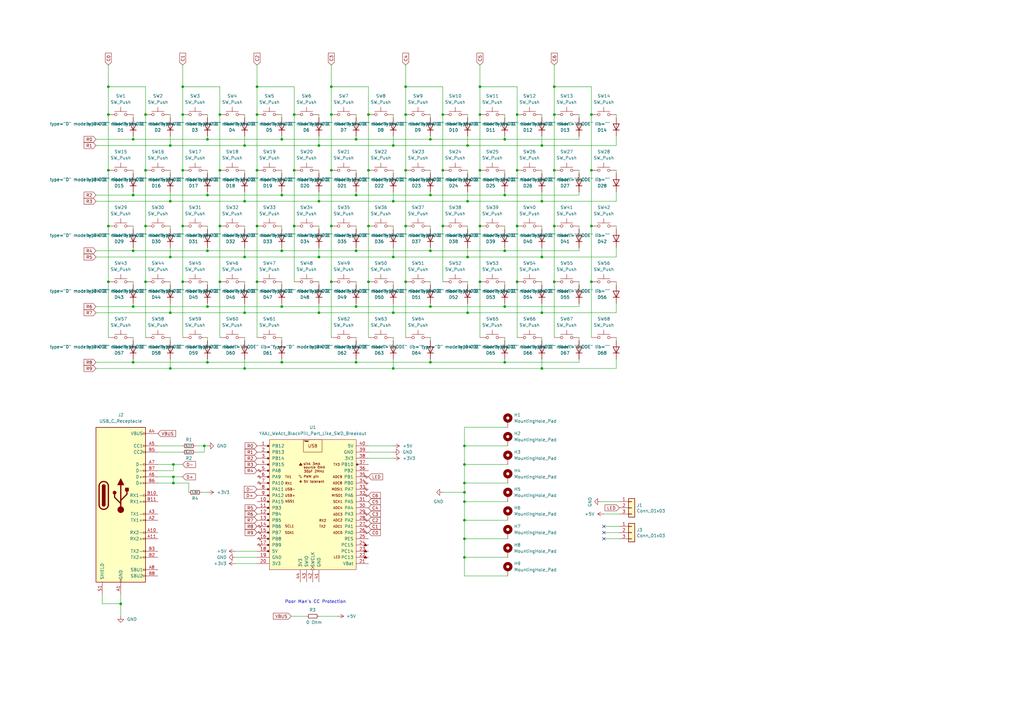
<source format=kicad_sch>
(kicad_sch (version 20211123) (generator eeschema)
  (paper "A3")
  (lib_symbols
    (symbol "Connector:USB_C_Receptacle" (pin_names (offset 1.016))
      (property "Reference" "J" (at -10.16 29.21 0))
      (property "Value" "USB_C_Receptacle" (at 10.16 29.21 0))
      (symbol "USB_C_Receptacle_1_1"
        (pin passive line (at 0 -40.64 90) (length 5.08) (name "GND") (number "A1"))
        (pin bidirectional line (at 15.24 -15.24 180) (length 5.08) (name "RX2-") (number "A10"))
        (pin bidirectional line (at 15.24 -17.78 180) (length 5.08) (name "RX2+") (number "A11"))
        (pin passive line (at 0 -40.64 90) (length 5.08) hide (name "GND") (number "A12"))
        (pin bidirectional line (at 15.24 -10.16 180) (length 5.08) (name "TX1+") (number "A2"))
        (pin bidirectional line (at 15.24 -7.62 180) (length 5.08) (name "TX1-") (number "A3"))
        (pin passive line (at 15.24 25.4 180) (length 5.08) (name "VBUS") (number "A4"))
        (pin bidirectional line (at 15.24 20.32 180) (length 5.08) (name "CC1") (number "A5"))
        (pin bidirectional line (at 15.24 7.62 180) (length 5.08) (name "D+") (number "A6"))
        (pin bidirectional line (at 15.24 12.7 180) (length 5.08) (name "D-") (number "A7"))
        (pin bidirectional line (at 15.24 -30.48 180) (length 5.08) (name "SBU1") (number "A8"))
        (pin passive line (at 15.24 25.4 180) (length 5.08) hide (name "VBUS") (number "A9"))
        (pin passive line (at 0 -40.64 90) (length 5.08) hide (name "GND") (number "B1"))
        (pin bidirectional line (at 15.24 0 180) (length 5.08) (name "RX1-") (number "B10"))
        (pin bidirectional line (at 15.24 -2.54 180) (length 5.08) (name "RX1+") (number "B11"))
        (pin passive line (at 0 -40.64 90) (length 5.08) hide (name "GND") (number "B12"))
        (pin bidirectional line (at 15.24 -25.4 180) (length 5.08) (name "TX2+") (number "B2"))
        (pin bidirectional line (at 15.24 -22.86 180) (length 5.08) (name "TX2-") (number "B3"))
        (pin passive line (at 15.24 25.4 180) (length 5.08) hide (name "VBUS") (number "B4"))
        (pin bidirectional line (at 15.24 17.78 180) (length 5.08) (name "CC2") (number "B5"))
        (pin bidirectional line (at 15.24 5.08 180) (length 5.08) (name "D+") (number "B6"))
        (pin bidirectional line (at 15.24 10.16 180) (length 5.08) (name "D-") (number "B7"))
        (pin bidirectional line (at 15.24 -33.02 180) (length 5.08) (name "SBU2") (number "B8"))
        (pin passive line (at 15.24 25.4 180) (length 5.08) hide (name "VBUS") (number "B9"))
        (pin passive line (at -7.62 -40.64 90) (length 5.08) (name "SHIELD") (number "S1"))
      )
    )
    (symbol "Connector_Generic:Conn_01x03" (pin_names (offset 1.016) hide)
      (property "Reference" "J" (at 0 5.08 0))
      (property "Value" "Conn_01x03" (at 0 -5.08 0))
      (symbol "Conn_01x03_1_1"
        (pin passive line (at -5.08 2.54 0) (length 3.81) (name "Pin_1") (number "1"))
        (pin passive line (at -5.08 0 0) (length 3.81) (name "Pin_2") (number "2"))
        (pin passive line (at -5.08 -2.54 0) (length 3.81) (name "Pin_3") (number "3"))
      )
    )
    (symbol "Device:R_Small" (pin_numbers hide) (pin_names (offset 0.254) hide)
      (property "Reference" "R" (at 0.762 0.508 0))
      (property "Value" "R_Small" (at 0.762 -1.016 0))
      (symbol "R_Small_1_1"
        (pin passive line (at 0 2.54 270) (length 0.762) (name "~") (number "1"))
        (pin passive line (at 0 -2.54 90) (length 0.762) (name "~") (number "2"))
      )
    )
    (symbol "Diode:1N4148" (pin_numbers hide) (pin_names (offset 1.016) hide)
      (property "Reference" "D" (at 0 2.54 0))
      (property "Value" "1N4148" (at 0 -2.54 0))
      (symbol "1N4148_1_1"
        (pin passive line (at -3.81 0 0) (length 2.54) (name "K") (number "1"))
        (pin passive line (at 3.81 0 180) (length 2.54) (name "A") (number "2"))
      )
    )
    (symbol "Mechanical:MountingHole_Pad" (pin_numbers hide) (pin_names (offset 1.016) hide)
      (property "Reference" "H" (at 0 6.35 0))
      (property "Value" "MountingHole_Pad" (at 0 4.445 0))
      (symbol "MountingHole_Pad_1_1"
        (pin input line (at 0 -2.54 90) (length 2.54) (name "1") (number "1"))
      )
    )
    (symbol "Switch:SW_Push" (pin_numbers hide) (pin_names (offset 1.016) hide)
      (property "Reference" "SW" (at 1.27 2.54 0))
      (property "Value" "SW_Push" (at 0 -1.524 0))
      (symbol "SW_Push_0_1"
        (pin passive line (at -5.08 0 0) (length 2.54) (name "1") (number "1"))
        (pin passive line (at 5.08 0 180) (length 2.54) (name "2") (number "2"))
      )
    )
    (symbol "YAAJ_WeAct_BlackPill_Part_Like_SWD_Breakout:YAAJ_WeAct_BlackPill_Part_Like_SWD_Breakout" (pin_names (offset 1.016))
      (property "Reference" "U" (at -17.526 27.94 0))
      (property "Value" "YAAJ_WeAct_BlackPill_Part_Like_SWD_Breakout" (at 9.144 27.94 0))
      (symbol "YAAJ_WeAct_BlackPill_Part_Like_SWD_Breakout_0_0"
        (text "30pF 2MHz" (at 0.508 12.446 0) (effects (font (size 0.9906 0.9906))))
        (text "5V tolerant" (at 0.508 8.255 0) (effects (font (size 0.9906 0.9906))))
        (text "ADC0" (at 10.287 -12.7 0) (effects (font (size 0.9906 0.9906))))
        (text "ADC1" (at 10.287 -10.16 0) (effects (font (size 0.9906 0.9906))))
        (text "ADC2" (at 10.287 -7.62 0) (effects (font (size 0.9906 0.9906))))
        (text "ADC3" (at 10.287 -5.207 0) (effects (font (size 0.9906 0.9906))))
        (text "ADC4" (at 10.287 -2.54 0) (effects (font (size 0.9906 0.9906))))
        (text "ADC8" (at 10.16 7.62 0) (effects (font (size 0.9906 0.9906))))
        (text "ADC9" (at 10.16 10.16 0) (effects (font (size 0.9906 0.9906))))
        (text "LED" (at 9.906 -22.733 0) (effects (font (size 0.9906 0.9906))))
        (text "MISO1" (at 10.033 2.54 0) (effects (font (size 0.9906 0.9906))))
        (text "MOSI1" (at 10.033 5.08 0) (effects (font (size 0.9906 0.9906))))
        (text "NSS1" (at -9.398 0.127 0) (effects (font (size 0.9906 0.9906))))
        (text "PWM pin" (at -0.635 10.287 0) (effects (font (size 0.9906 0.9906))))
        (text "RX1" (at -9.906 7.493 0) (effects (font (size 0.9906 0.9906))))
        (text "RX2" (at 4.064 -7.747 0) (effects (font (size 0.9906 0.9906))))
        (text "SCK1" (at 10.287 0 0) (effects (font (size 0.9906 0.9906))))
        (text "SCL1" (at -9.525 -10.033 0) (effects (font (size 0.9906 0.9906))))
        (text "SDA1" (at -9.525 -12.7 0) (effects (font (size 0.9906 0.9906))))
        (text "sink 3mA" (at -0.381 15.494 0) (effects (font (size 0.9906 0.9906))))
        (text "source 0mA" (at 0.635 14.097 0) (effects (font (size 0.9906 0.9906))))
        (text "TX1" (at -10.033 10.16 0) (effects (font (size 0.9906 0.9906))))
        (text "TX2" (at 3.937 -10.16 0) (effects (font (size 0.9906 0.9906))))
        (text "TX3" (at 9.779 15.24 0) (effects (font (size 0.9906 0.9906))))
        (text "USB" (at 0 22.86 0) (effects (font (size 1.27 1.27))))
        (text "USB+" (at -9.271 2.54 0) (effects (font (size 0.9906 0.9906))))
        (text "USB-" (at -9.271 5.08 0) (effects (font (size 0.9906 0.9906))))
        (text "Y@@J" (at -2.5654 24.8412 0) (effects (font (size 0.508 0.508))))
      )
      (symbol "YAAJ_WeAct_BlackPill_Part_Like_SWD_Breakout_1_1"
        (pin bidirectional line (at -22.86 22.86 0) (length 5.08) (name "PB12") (number "1"))
        (pin bidirectional line (at -22.86 0 0) (length 5.08) (name "PA15") (number "10"))
        (pin bidirectional line (at -22.86 -2.54 0) (length 5.08) (name "PB3") (number "11"))
        (pin bidirectional line (at -22.86 -5.08 0) (length 5.08) (name "PB4") (number "12"))
        (pin bidirectional line (at -22.86 -7.62 0) (length 5.08) (name "PB5") (number "13"))
        (pin bidirectional line (at -22.86 -10.16 0) (length 5.08) (name "PB6") (number "14"))
        (pin bidirectional line (at -22.86 -12.7 0) (length 5.08) (name "PB7") (number "15"))
        (pin bidirectional line (at -22.86 -15.24 0) (length 5.08) (name "PB8") (number "16"))
        (pin bidirectional line (at -22.86 -17.78 0) (length 5.08) (name "PB9") (number "17"))
        (pin power_in line (at -22.86 -20.32 0) (length 5.08) (name "5V") (number "18"))
        (pin power_in line (at -22.86 -22.86 0) (length 5.08) (name "GND") (number "19"))
        (pin bidirectional line (at -22.86 20.32 0) (length 5.08) (name "PB13") (number "2"))
        (pin power_in line (at -22.86 -25.4 0) (length 5.08) (name "3V3") (number "20"))
        (pin power_in line (at 22.86 -25.4 180) (length 5.08) (name "VBat") (number "21"))
        (pin bidirectional line (at 22.86 -22.86 180) (length 5.08) (name "PC13") (number "22"))
        (pin bidirectional line (at 22.86 -20.32 180) (length 5.08) (name "PC14") (number "23"))
        (pin bidirectional line (at 22.86 -17.78 180) (length 5.08) (name "PC15") (number "24"))
        (pin input line (at 22.86 -15.24 180) (length 5.08) (name "RES") (number "25"))
        (pin bidirectional line (at 22.86 -12.7 180) (length 5.08) (name "PA0") (number "26"))
        (pin bidirectional line (at 22.86 -10.16 180) (length 5.08) (name "PA1") (number "27"))
        (pin bidirectional line (at 22.86 -7.62 180) (length 5.08) (name "PA2") (number "28"))
        (pin bidirectional line (at 22.86 -5.08 180) (length 5.08) (name "PA3") (number "29"))
        (pin bidirectional line (at -22.86 17.78 0) (length 5.08) (name "PB14") (number "3"))
        (pin bidirectional line (at 22.86 -2.54 180) (length 5.08) (name "PA4") (number "30"))
        (pin bidirectional line (at 22.86 0 180) (length 5.08) (name "PA5") (number "31"))
        (pin bidirectional line (at 22.86 2.54 180) (length 5.08) (name "PA6") (number "32"))
        (pin bidirectional line (at 22.86 5.08 180) (length 5.08) (name "PA7") (number "33"))
        (pin bidirectional line (at 22.86 7.62 180) (length 5.08) (name "PB0") (number "34"))
        (pin bidirectional line (at 22.86 10.16 180) (length 5.08) (name "PB1") (number "35"))
        (pin bidirectional line (at 22.86 12.7 180) (length 5.08) (name "PB2") (number "36"))
        (pin bidirectional line (at 22.86 15.24 180) (length 5.08) (name "PB10") (number "37"))
        (pin power_in line (at 22.86 17.78 180) (length 5.08) (name "3V3") (number "38"))
        (pin power_in line (at 22.86 20.32 180) (length 5.08) (name "GND") (number "39"))
        (pin bidirectional line (at -22.86 15.24 0) (length 5.08) (name "PB15") (number "4"))
        (pin power_in line (at 22.86 22.86 180) (length 5.08) (name "5V") (number "40"))
        (pin power_in line (at 2.54 -33.02 90) (length 5.08) (name "GND") (number "41"))
        (pin bidirectional clock (at 0 -33.02 90) (length 5.08) (name "SWCLK") (number "42"))
        (pin bidirectional line (at -2.54 -33.02 90) (length 5.08) (name "SWIO") (number "43"))
        (pin power_in line (at -5.08 -33.02 90) (length 5.08) (name "3V3") (number "44"))
        (pin bidirectional line (at -22.86 12.7 0) (length 5.08) (name "PA8") (number "5"))
        (pin bidirectional line (at -22.86 10.16 0) (length 5.08) (name "PA9") (number "6"))
        (pin bidirectional line (at -22.86 7.62 0) (length 5.08) (name "PA10") (number "7"))
        (pin bidirectional line (at -22.86 5.08 0) (length 5.08) (name "PA11") (number "8"))
        (pin bidirectional line (at -22.86 2.54 0) (length 5.08) (name "PA12") (number "9"))
      )
    )
    (symbol "power:+3V3" (power) (pin_names (offset 0))
      (property "Value" "+3V3" (at 0 3.556 0))
      (symbol "+3V3_1_1"
        (pin power_in line (at 0 0 90) (length 0) hide (name "+3V3") (number "1"))
      )
    )
    (symbol "power:+5V" (power) (pin_names (offset 0))
      (property "Value" "+5V" (at 0 3.556 0))
      (symbol "+5V_1_1"
        (pin power_in line (at 0 0 90) (length 0) hide (name "+5V") (number "1"))
      )
    )
    (symbol "power:GND" (power) (pin_names (offset 0))
      (property "Value" "GND" (at 0 -3.81 0))
      (symbol "GND_1_1"
        (pin power_in line (at 0 0 270) (length 0) hide (name "GND") (number "1"))
      )
    )
  )
  (junction (at 222.25 151.13))
  (junction (at 181.61 46.99))
  (junction (at 151.13 115.57))
  (junction (at 85.09 148.59))
  (junction (at 105.41 92.71))
  (junction (at 190.5 182.88))
  (junction (at 100.33 105.41))
  (junction (at 242.57 69.85))
  (junction (at 105.41 35.56))
  (junction (at 74.93 35.56))
  (junction (at 69.85 128.27))
  (junction (at 69.85 151.13))
  (junction (at 161.29 128.27))
  (junction (at 181.61 69.85))
  (junction (at 135.89 35.56))
  (junction (at 71.12 198.12))
  (junction (at 166.37 35.56))
  (junction (at 90.17 46.99))
  (junction (at 190.5 198.12))
  (junction (at 196.85 46.99))
  (junction (at 44.45 46.99))
  (junction (at 190.5 205.74))
  (junction (at 74.93 69.85))
  (junction (at 135.89 115.57))
  (junction (at 207.01 80.01))
  (junction (at 176.53 57.15))
  (junction (at 130.81 59.69))
  (junction (at 227.33 69.85))
  (junction (at 85.09 102.87))
  (junction (at 120.65 69.85))
  (junction (at 191.77 105.41))
  (junction (at 207.01 125.73))
  (junction (at 115.57 57.15))
  (junction (at 227.33 92.71))
  (junction (at 161.29 105.41))
  (junction (at 176.53 125.73))
  (junction (at 44.45 92.71))
  (junction (at 222.25 82.55))
  (junction (at 161.29 82.55))
  (junction (at 44.45 69.85))
  (junction (at 135.89 92.71))
  (junction (at 196.85 115.57))
  (junction (at 190.5 201.93))
  (junction (at 90.17 115.57))
  (junction (at 222.25 105.41))
  (junction (at 71.12 195.58))
  (junction (at 59.69 92.71))
  (junction (at 166.37 115.57))
  (junction (at 54.61 57.15))
  (junction (at 242.57 115.57))
  (junction (at 120.65 46.99))
  (junction (at 212.09 92.71))
  (junction (at 181.61 92.71))
  (junction (at 100.33 82.55))
  (junction (at 146.05 102.87))
  (junction (at 105.41 115.57))
  (junction (at 44.45 115.57))
  (junction (at 151.13 46.99))
  (junction (at 146.05 125.73))
  (junction (at 161.29 59.69))
  (junction (at 90.17 69.85))
  (junction (at 120.65 92.71))
  (junction (at 130.81 105.41))
  (junction (at 242.57 92.71))
  (junction (at 146.05 57.15))
  (junction (at 191.77 128.27))
  (junction (at 227.33 35.56))
  (junction (at 90.17 92.71))
  (junction (at 105.41 46.99))
  (junction (at 71.12 190.5))
  (junction (at 222.25 59.69))
  (junction (at 54.61 148.59))
  (junction (at 115.57 80.01))
  (junction (at 190.5 220.98))
  (junction (at 151.13 69.85))
  (junction (at 227.33 115.57))
  (junction (at 59.69 115.57))
  (junction (at 212.09 46.99))
  (junction (at 85.09 125.73))
  (junction (at 190.5 190.5))
  (junction (at 207.01 57.15))
  (junction (at 44.45 35.56))
  (junction (at 146.05 80.01))
  (junction (at 69.85 105.41))
  (junction (at 54.61 125.73))
  (junction (at 74.93 115.57))
  (junction (at 130.81 128.27))
  (junction (at 115.57 125.73))
  (junction (at 196.85 35.56))
  (junction (at 74.93 46.99))
  (junction (at 161.29 151.13))
  (junction (at 190.5 228.6))
  (junction (at 85.09 80.01))
  (junction (at 191.77 82.55))
  (junction (at 212.09 115.57))
  (junction (at 146.05 148.59))
  (junction (at 59.69 69.85))
  (junction (at 135.89 69.85))
  (junction (at 196.85 92.71))
  (junction (at 83.82 182.88))
  (junction (at 222.25 128.27))
  (junction (at 74.93 92.71))
  (junction (at 49.53 247.65))
  (junction (at 105.41 69.85))
  (junction (at 242.57 46.99))
  (junction (at 212.09 69.85))
  (junction (at 100.33 151.13))
  (junction (at 190.5 213.36))
  (junction (at 69.85 82.55))
  (junction (at 166.37 69.85))
  (junction (at 166.37 46.99))
  (junction (at 115.57 148.59))
  (junction (at 207.01 102.87))
  (junction (at 69.85 59.69))
  (junction (at 191.77 59.69))
  (junction (at 151.13 92.71))
  (junction (at 100.33 128.27))
  (junction (at 196.85 69.85))
  (junction (at 100.33 59.69))
  (junction (at 115.57 102.87))
  (junction (at 130.81 82.55))
  (junction (at 54.61 102.87))
  (junction (at 166.37 92.71))
  (junction (at 176.53 148.59))
  (junction (at 176.53 102.87))
  (junction (at 227.33 46.99))
  (junction (at 176.53 80.01))
  (junction (at 54.61 80.01))
  (junction (at 135.89 46.99))
  (junction (at 59.69 46.99))
  (junction (at 85.09 57.15))
  (junction (at 207.01 148.59))
  (no_connect (at 247.65 220.98))
  (no_connect (at 247.65 215.9))
  (no_connect (at 247.65 218.44))
  (wire (pts (xy 151.13 92.71) (xy 151.13 115.57)))
  (wire (pts (xy 190.5 228.6) (xy 208.28 228.6)))
  (wire (pts (xy 115.57 80.01) (xy 146.05 80.01)))
  (wire (pts (xy 166.37 26.67) (xy 166.37 35.56)))
  (wire (pts (xy 69.85 115.57) (xy 69.85 116.84)))
  (wire (pts (xy 176.53 69.85) (xy 176.53 71.12)))
  (wire (pts (xy 190.5 236.22) (xy 190.5 228.6)))
  (wire (pts (xy 49.53 247.65) (xy 41.91 247.65)))
  (wire (pts (xy 176.53 102.87) (xy 207.01 102.87)))
  (wire (pts (xy 176.53 125.73) (xy 207.01 125.73)))
  (wire (pts (xy 190.5 213.36) (xy 208.28 213.36)))
  (wire (pts (xy 181.61 46.99) (xy 181.61 69.85)))
  (wire (pts (xy 39.37 59.69) (xy 69.85 59.69)))
  (wire (pts (xy 176.53 138.43) (xy 176.53 139.7)))
  (wire (pts (xy 54.61 102.87) (xy 85.09 102.87)))
  (wire (pts (xy 176.53 115.57) (xy 176.53 116.84)))
  (wire (pts (xy 85.09 115.57) (xy 85.09 116.84)))
  (wire (pts (xy 166.37 92.71) (xy 166.37 115.57)))
  (wire (pts (xy 191.77 69.85) (xy 191.77 71.12)))
  (wire (pts (xy 69.85 69.85) (xy 69.85 71.12)))
  (wire (pts (xy 207.01 115.57) (xy 207.01 116.84)))
  (wire (pts (xy 83.82 182.88) (xy 85.09 182.88)))
  (wire (pts (xy 176.53 46.99) (xy 176.53 48.26)))
  (wire (pts (xy 181.61 201.93) (xy 190.5 201.93)))
  (wire (pts (xy 115.57 80.01) (xy 115.57 78.74)))
  (wire (pts (xy 115.57 147.32) (xy 115.57 148.59)))
  (wire (pts (xy 115.57 69.85) (xy 115.57 71.12)))
  (wire (pts (xy 115.57 138.43) (xy 115.57 139.7)))
  (wire (pts (xy 190.5 190.5) (xy 190.5 198.12)))
  (wire (pts (xy 54.61 125.73) (xy 85.09 125.73)))
  (wire (pts (xy 69.85 128.27) (xy 100.33 128.27)))
  (wire (pts (xy 190.5 175.26) (xy 190.5 182.88)))
  (wire (pts (xy 130.81 115.57) (xy 130.81 116.84)))
  (wire (pts (xy 64.77 190.5) (xy 71.12 190.5)))
  (wire (pts (xy 181.61 35.56) (xy 166.37 35.56)))
  (wire (pts (xy 85.09 46.99) (xy 85.09 48.26)))
  (wire (pts (xy 59.69 46.99) (xy 59.69 35.56)))
  (wire (pts (xy 54.61 92.71) (xy 54.61 93.98)))
  (wire (pts (xy 74.93 35.56) (xy 74.93 46.99)))
  (wire (pts (xy 227.33 35.56) (xy 227.33 46.99)))
  (wire (pts (xy 69.85 59.69) (xy 69.85 55.88)))
  (wire (pts (xy 74.93 92.71) (xy 74.93 115.57)))
  (wire (pts (xy 120.65 46.99) (xy 120.65 69.85)))
  (wire (pts (xy 135.89 115.57) (xy 135.89 138.43)))
  (wire (pts (xy 191.77 48.26) (xy 191.77 46.99)))
  (wire (pts (xy 146.05 115.57) (xy 146.05 116.84)))
  (wire (pts (xy 252.73 105.41) (xy 252.73 101.6)))
  (wire (pts (xy 222.25 105.41) (xy 222.25 101.6)))
  (wire (pts (xy 119.38 252.73) (xy 125.73 252.73)))
  (wire (pts (xy 212.09 69.85) (xy 212.09 92.71)))
  (wire (pts (xy 151.13 35.56) (xy 135.89 35.56)))
  (wire (pts (xy 254 210.82) (xy 247.65 210.82)))
  (wire (pts (xy 44.45 35.56) (xy 44.45 46.99)))
  (wire (pts (xy 190.5 182.88) (xy 208.28 182.88)))
  (wire (pts (xy 191.77 105.41) (xy 222.25 105.41)))
  (wire (pts (xy 69.85 92.71) (xy 69.85 93.98)))
  (wire (pts (xy 135.89 92.71) (xy 135.89 115.57)))
  (wire (pts (xy 85.09 148.59) (xy 115.57 148.59)))
  (wire (pts (xy 161.29 151.13) (xy 222.25 151.13)))
  (wire (pts (xy 252.73 82.55) (xy 252.73 78.74)))
  (wire (pts (xy 196.85 115.57) (xy 196.85 138.43)))
  (wire (pts (xy 100.33 59.69) (xy 100.33 55.88)))
  (wire (pts (xy 130.81 59.69) (xy 161.29 59.69)))
  (wire (pts (xy 41.91 247.65) (xy 41.91 243.84)))
  (wire (pts (xy 252.73 92.71) (xy 252.73 93.98)))
  (wire (pts (xy 190.5 182.88) (xy 190.5 190.5)))
  (wire (pts (xy 237.49 92.71) (xy 237.49 93.98)))
  (wire (pts (xy 237.49 80.01) (xy 237.49 78.74)))
  (wire (pts (xy 146.05 148.59) (xy 176.53 148.59)))
  (wire (pts (xy 161.29 182.88) (xy 151.13 182.88)))
  (wire (pts (xy 69.85 82.55) (xy 100.33 82.55)))
  (wire (pts (xy 176.53 92.71) (xy 176.53 93.98)))
  (wire (pts (xy 176.53 147.32) (xy 176.53 148.59)))
  (wire (pts (xy 146.05 125.73) (xy 146.05 124.46)))
  (wire (pts (xy 85.09 125.73) (xy 85.09 124.46)))
  (wire (pts (xy 252.73 128.27) (xy 252.73 124.46)))
  (wire (pts (xy 130.81 82.55) (xy 130.81 78.74)))
  (wire (pts (xy 222.25 151.13) (xy 222.25 147.32)))
  (wire (pts (xy 90.17 92.71) (xy 90.17 115.57)))
  (wire (pts (xy 181.61 92.71) (xy 181.61 115.57)))
  (wire (pts (xy 74.93 46.99) (xy 74.93 69.85)))
  (wire (pts (xy 191.77 82.55) (xy 222.25 82.55)))
  (wire (pts (xy 207.01 148.59) (xy 237.49 148.59)))
  (wire (pts (xy 105.41 26.67) (xy 105.41 35.56)))
  (wire (pts (xy 191.77 59.69) (xy 222.25 59.69)))
  (wire (pts (xy 64.77 182.88) (xy 74.93 182.88)))
  (wire (pts (xy 71.12 198.12) (xy 77.47 198.12)))
  (wire (pts (xy 85.09 147.32) (xy 85.09 148.59)))
  (wire (pts (xy 105.41 35.56) (xy 105.41 46.99)))
  (wire (pts (xy 191.77 128.27) (xy 191.77 124.46)))
  (wire (pts (xy 135.89 26.67) (xy 135.89 35.56)))
  (wire (pts (xy 146.05 46.99) (xy 146.05 48.26)))
  (wire (pts (xy 151.13 187.96) (xy 161.29 187.96)))
  (wire (pts (xy 161.29 92.71) (xy 161.29 93.98)))
  (wire (pts (xy 64.77 193.04) (xy 71.12 193.04)))
  (wire (pts (xy 212.09 92.71) (xy 212.09 115.57)))
  (wire (pts (xy 166.37 69.85) (xy 166.37 92.71)))
  (wire (pts (xy 207.01 57.15) (xy 237.49 57.15)))
  (wire (pts (xy 161.29 59.69) (xy 191.77 59.69)))
  (wire (pts (xy 71.12 195.58) (xy 74.93 195.58)))
  (wire (pts (xy 39.37 57.15) (xy 54.61 57.15)))
  (wire (pts (xy 237.49 69.85) (xy 237.49 71.12)))
  (wire (pts (xy 222.25 128.27) (xy 252.73 128.27)))
  (wire (pts (xy 71.12 198.12) (xy 71.12 195.58)))
  (wire (pts (xy 90.17 46.99) (xy 90.17 69.85)))
  (wire (pts (xy 196.85 46.99) (xy 196.85 69.85)))
  (wire (pts (xy 242.57 69.85) (xy 242.57 92.71)))
  (wire (pts (xy 44.45 69.85) (xy 44.45 92.71)))
  (wire (pts (xy 190.5 213.36) (xy 190.5 220.98)))
  (wire (pts (xy 83.82 185.42) (xy 83.82 182.88)))
  (wire (pts (xy 242.57 46.99) (xy 242.57 35.56)))
  (wire (pts (xy 161.29 59.69) (xy 161.29 55.88)))
  (wire (pts (xy 100.33 151.13) (xy 100.33 147.32)))
  (wire (pts (xy 190.5 220.98) (xy 208.28 220.98)))
  (wire (pts (xy 54.61 138.43) (xy 54.61 139.7)))
  (wire (pts (xy 166.37 35.56) (xy 166.37 46.99)))
  (wire (pts (xy 74.93 115.57) (xy 74.93 138.43)))
  (wire (pts (xy 227.33 69.85) (xy 227.33 92.71)))
  (wire (pts (xy 146.05 92.71) (xy 146.05 93.98)))
  (wire (pts (xy 212.09 35.56) (xy 196.85 35.56)))
  (wire (pts (xy 151.13 46.99) (xy 151.13 69.85)))
  (wire (pts (xy 135.89 69.85) (xy 135.89 92.71)))
  (wire (pts (xy 208.28 175.26) (xy 190.5 175.26)))
  (wire (pts (xy 207.01 46.99) (xy 207.01 48.26)))
  (wire (pts (xy 161.29 105.41) (xy 161.29 101.6)))
  (wire (pts (xy 100.33 48.26) (xy 100.33 46.99)))
  (wire (pts (xy 77.47 198.12) (xy 77.47 201.93)))
  (wire (pts (xy 69.85 151.13) (xy 69.85 147.32)))
  (wire (pts (xy 242.57 46.99) (xy 242.57 69.85)))
  (wire (pts (xy 69.85 82.55) (xy 69.85 78.74)))
  (wire (pts (xy 161.29 69.85) (xy 161.29 71.12)))
  (wire (pts (xy 59.69 35.56) (xy 44.45 35.56)))
  (wire (pts (xy 191.77 82.55) (xy 191.77 78.74)))
  (wire (pts (xy 100.33 59.69) (xy 130.81 59.69)))
  (wire (pts (xy 207.01 55.88) (xy 207.01 57.15)))
  (wire (pts (xy 71.12 193.04) (xy 71.12 190.5)))
  (wire (pts (xy 207.01 147.32) (xy 207.01 148.59)))
  (wire (pts (xy 222.25 69.85) (xy 222.25 71.12)))
  (wire (pts (xy 54.61 147.32) (xy 54.61 148.59)))
  (wire (pts (xy 39.37 102.87) (xy 54.61 102.87)))
  (wire (pts (xy 120.65 69.85) (xy 120.65 92.71)))
  (wire (pts (xy 207.01 80.01) (xy 237.49 80.01)))
  (wire (pts (xy 212.09 46.99) (xy 212.09 69.85)))
  (wire (pts (xy 151.13 185.42) (xy 161.29 185.42)))
  (wire (pts (xy 222.25 59.69) (xy 222.25 55.88)))
  (wire (pts (xy 207.01 80.01) (xy 207.01 78.74)))
  (wire (pts (xy 196.85 26.67) (xy 196.85 35.56)))
  (wire (pts (xy 252.73 69.85) (xy 252.73 71.12)))
  (wire (pts (xy 85.09 57.15) (xy 115.57 57.15)))
  (wire (pts (xy 176.53 102.87) (xy 176.53 101.6)))
  (wire (pts (xy 222.25 59.69) (xy 252.73 59.69)))
  (wire (pts (xy 59.69 92.71) (xy 59.69 115.57)))
  (wire (pts (xy 39.37 125.73) (xy 54.61 125.73)))
  (wire (pts (xy 54.61 80.01) (xy 54.61 78.74)))
  (wire (pts (xy 161.29 105.41) (xy 191.77 105.41)))
  (wire (pts (xy 85.09 125.73) (xy 115.57 125.73)))
  (wire (pts (xy 222.25 128.27) (xy 222.25 124.46)))
  (wire (pts (xy 227.33 115.57) (xy 227.33 138.43)))
  (wire (pts (xy 85.09 92.71) (xy 85.09 93.98)))
  (wire (pts (xy 190.5 228.6) (xy 190.5 220.98)))
  (wire (pts (xy 44.45 115.57) (xy 44.45 138.43)))
  (wire (pts (xy 191.77 92.71) (xy 191.77 93.98)))
  (wire (pts (xy 85.09 138.43) (xy 85.09 139.7)))
  (wire (pts (xy 242.57 35.56) (xy 227.33 35.56)))
  (wire (pts (xy 120.65 92.71) (xy 120.65 115.57)))
  (wire (pts (xy 247.65 220.98) (xy 254 220.98)))
  (wire (pts (xy 80.01 185.42) (xy 83.82 185.42)))
  (wire (pts (xy 212.09 115.57) (xy 212.09 138.43)))
  (wire (pts (xy 146.05 102.87) (xy 176.53 102.87)))
  (wire (pts (xy 161.29 151.13) (xy 161.29 147.32)))
  (wire (pts (xy 190.5 198.12) (xy 190.5 201.93)))
  (wire (pts (xy 120.65 35.56) (xy 105.41 35.56)))
  (wire (pts (xy 115.57 148.59) (xy 146.05 148.59)))
  (wire (pts (xy 222.25 105.41) (xy 252.73 105.41)))
  (wire (pts (xy 222.25 82.55) (xy 252.73 82.55)))
  (wire (pts (xy 207.01 138.43) (xy 207.01 139.7)))
  (wire (pts (xy 115.57 125.73) (xy 146.05 125.73)))
  (wire (pts (xy 39.37 151.13) (xy 69.85 151.13)))
  (wire (pts (xy 100.33 151.13) (xy 161.29 151.13)))
  (wire (pts (xy 115.57 57.15) (xy 146.05 57.15)))
  (wire (pts (xy 237.49 102.87) (xy 237.49 101.6)))
  (wire (pts (xy 246.38 205.74) (xy 254 205.74)))
  (wire (pts (xy 59.69 69.85) (xy 59.69 92.71)))
  (wire (pts (xy 59.69 46.99) (xy 59.69 69.85)))
  (wire (pts (xy 207.01 125.73) (xy 237.49 125.73)))
  (wire (pts (xy 71.12 190.5) (xy 74.93 190.5)))
  (wire (pts (xy 69.85 128.27) (xy 69.85 124.46)))
  (wire (pts (xy 120.65 46.99) (xy 120.65 35.56)))
  (wire (pts (xy 54.61 57.15) (xy 85.09 57.15)))
  (wire (pts (xy 181.61 69.85) (xy 181.61 92.71)))
  (wire (pts (xy 130.81 69.85) (xy 130.81 71.12)))
  (wire (pts (xy 151.13 46.99) (xy 151.13 35.56)))
  (wire (pts (xy 146.05 102.87) (xy 146.05 101.6)))
  (wire (pts (xy 161.29 128.27) (xy 161.29 124.46)))
  (wire (pts (xy 242.57 92.71) (xy 242.57 115.57)))
  (wire (pts (xy 39.37 105.41) (xy 69.85 105.41)))
  (wire (pts (xy 146.05 55.88) (xy 146.05 57.15)))
  (wire (pts (xy 100.33 105.41) (xy 100.33 101.6)))
  (wire (pts (xy 196.85 35.56) (xy 196.85 46.99)))
  (wire (pts (xy 90.17 35.56) (xy 74.93 35.56)))
  (wire (pts (xy 115.57 46.99) (xy 115.57 48.26)))
  (wire (pts (xy 207.01 69.85) (xy 207.01 71.12)))
  (wire (pts (xy 49.53 247.65) (xy 49.53 243.84)))
  (wire (pts (xy 252.73 48.26) (xy 252.73 46.99)))
  (wire (pts (xy 90.17 46.99) (xy 90.17 35.56)))
  (wire (pts (xy 252.73 151.13) (xy 252.73 147.32)))
  (wire (pts (xy 54.61 80.01) (xy 85.09 80.01)))
  (wire (pts (xy 54.61 69.85) (xy 54.61 71.12)))
  (wire (pts (xy 44.45 26.67) (xy 44.45 35.56)))
  (wire (pts (xy 222.25 92.71) (xy 222.25 93.98)))
  (wire (pts (xy 208.28 236.22) (xy 190.5 236.22)))
  (wire (pts (xy 207.01 102.87) (xy 207.01 101.6)))
  (wire (pts (xy 85.09 80.01) (xy 115.57 80.01)))
  (wire (pts (xy 96.52 226.06) (xy 105.41 226.06)))
  (wire (pts (xy 130.81 48.26) (xy 130.81 46.99)))
  (wire (pts (xy 85.09 102.87) (xy 85.09 101.6)))
  (wire (pts (xy 100.33 128.27) (xy 130.81 128.27)))
  (wire (pts (xy 69.85 138.43) (xy 69.85 139.7)))
  (wire (pts (xy 212.09 46.99) (xy 212.09 35.56)))
  (wire (pts (xy 100.33 138.43) (xy 100.33 139.7)))
  (wire (pts (xy 105.41 115.57) (xy 105.41 138.43)))
  (wire (pts (xy 130.81 105.41) (xy 130.81 101.6)))
  (wire (pts (xy 196.85 69.85) (xy 196.85 92.71)))
  (wire (pts (xy 207.01 92.71) (xy 207.01 93.98)))
  (wire (pts (xy 100.33 92.71) (xy 100.33 93.98)))
  (wire (pts (xy 54.61 102.87) (xy 54.61 101.6)))
  (wire (pts (xy 130.81 82.55) (xy 161.29 82.55)))
  (wire (pts (xy 191.77 115.57) (xy 191.77 116.84)))
  (wire (pts (xy 135.89 46.99) (xy 135.89 69.85)))
  (wire (pts (xy 115.57 115.57) (xy 115.57 116.84)))
  (wire (pts (xy 39.37 82.55) (xy 69.85 82.55)))
  (wire (pts (xy 39.37 128.27) (xy 69.85 128.27)))
  (wire (pts (xy 222.25 138.43) (xy 222.25 139.7)))
  (wire (pts (xy 222.25 151.13) (xy 252.73 151.13)))
  (wire (pts (xy 176.53 125.73) (xy 176.53 124.46)))
  (wire (pts (xy 44.45 92.71) (xy 44.45 115.57)))
  (wire (pts (xy 208.28 205.74) (xy 190.5 205.74)))
  (wire (pts (xy 105.41 46.99) (xy 105.41 69.85)))
  (wire (pts (xy 100.33 105.41) (xy 130.81 105.41)))
  (wire (pts (xy 146.05 69.85) (xy 146.05 71.12)))
  (wire (pts (xy 130.81 59.69) (xy 130.81 55.88)))
  (wire (pts (xy 115.57 55.88) (xy 115.57 57.15)))
  (wire (pts (xy 242.57 115.57) (xy 242.57 138.43)))
  (wire (pts (xy 247.65 215.9) (xy 254 215.9)))
  (wire (pts (xy 146.05 125.73) (xy 176.53 125.73)))
  (wire (pts (xy 227.33 46.99) (xy 227.33 69.85)))
  (wire (pts (xy 247.65 218.44) (xy 254 218.44)))
  (wire (pts (xy 96.52 228.6) (xy 105.41 228.6)))
  (wire (pts (xy 176.53 55.88) (xy 176.53 57.15)))
  (wire (pts (xy 151.13 69.85) (xy 151.13 92.71)))
  (wire (pts (xy 146.05 138.43) (xy 146.05 139.7)))
  (wire (pts (xy 100.33 82.55) (xy 100.33 78.74)))
  (wire (pts (xy 191.77 128.27) (xy 222.25 128.27)))
  (wire (pts (xy 161.29 138.43) (xy 161.29 139.7)))
  (wire (pts (xy 222.25 115.57) (xy 222.25 116.84)))
  (wire (pts (xy 100.33 82.55) (xy 130.81 82.55)))
  (wire (pts (xy 151.13 115.57) (xy 151.13 138.43)))
  (wire (pts (xy 222.25 82.55) (xy 222.25 78.74)))
  (wire (pts (xy 237.49 125.73) (xy 237.49 124.46)))
  (wire (pts (xy 207.01 125.73) (xy 207.01 124.46)))
  (wire (pts (xy 135.89 35.56) (xy 135.89 46.99)))
  (wire (pts (xy 115.57 102.87) (xy 115.57 101.6)))
  (wire (pts (xy 166.37 46.99) (xy 166.37 69.85)))
  (wire (pts (xy 190.5 205.74) (xy 190.5 213.36)))
  (wire (pts (xy 227.33 26.67) (xy 227.33 35.56)))
  (wire (pts (xy 54.61 148.59) (xy 85.09 148.59)))
  (wire (pts (xy 166.37 115.57) (xy 166.37 138.43)))
  (wire (pts (xy 237.49 115.57) (xy 237.49 116.84)))
  (wire (pts (xy 69.85 151.13) (xy 100.33 151.13)))
  (wire (pts (xy 161.29 48.26) (xy 161.29 46.99)))
  (wire (pts (xy 64.77 185.42) (xy 74.93 185.42)))
  (wire (pts (xy 69.85 48.26) (xy 69.85 46.99)))
  (wire (pts (xy 130.81 252.73) (xy 138.43 252.73)))
  (wire (pts (xy 227.33 92.71) (xy 227.33 115.57)))
  (wire (pts (xy 105.41 92.71) (xy 105.41 115.57)))
  (wire (pts (xy 49.53 252.73) (xy 49.53 247.65)))
  (wire (pts (xy 161.29 82.55) (xy 191.77 82.55)))
  (wire (pts (xy 130.81 128.27) (xy 130.81 124.46)))
  (wire (pts (xy 82.55 201.93) (xy 85.09 201.93)))
  (wire (pts (xy 115.57 125.73) (xy 115.57 124.46)))
  (wire (pts (xy 190.5 205.74) (xy 190.5 201.93)))
  (wire (pts (xy 237.49 138.43) (xy 237.49 139.7)))
  (wire (pts (xy 64.77 198.12) (xy 71.12 198.12)))
  (wire (pts (xy 161.29 128.27) (xy 191.77 128.27)))
  (wire (pts (xy 191.77 105.41) (xy 191.77 101.6)))
  (wire (pts (xy 74.93 69.85) (xy 74.93 92.71)))
  (wire (pts (xy 85.09 69.85) (xy 85.09 71.12)))
  (wire (pts (xy 39.37 148.59) (xy 54.61 148.59)))
  (wire (pts (xy 100.33 115.57) (xy 100.33 116.84)))
  (wire (pts (xy 130.81 92.71) (xy 130.81 93.98)))
  (wire (pts (xy 85.09 102.87) (xy 115.57 102.87)))
  (wire (pts (xy 222.25 48.26) (xy 222.25 46.99)))
  (wire (pts (xy 39.37 80.01) (xy 54.61 80.01)))
  (wire (pts (xy 161.29 115.57) (xy 161.29 116.84)))
  (wire (pts (xy 96.52 231.14) (xy 105.41 231.14)))
  (wire (pts (xy 176.53 80.01) (xy 176.53 78.74)))
  (wire (pts (xy 130.81 128.27) (xy 161.29 128.27)))
  (wire (pts (xy 69.85 105.41) (xy 69.85 101.6)))
  (wire (pts (xy 252.73 115.57) (xy 252.73 116.84)))
  (wire (pts (xy 130.81 105.41) (xy 161.29 105.41)))
  (wire (pts (xy 237.49 147.32) (xy 237.49 148.59)))
  (wire (pts (xy 196.85 92.71) (xy 196.85 115.57)))
  (wire (pts (xy 207.01 102.87) (xy 237.49 102.87)))
  (wire (pts (xy 85.09 80.01) (xy 85.09 78.74)))
  (wire (pts (xy 80.01 182.88) (xy 83.82 182.88)))
  (wire (pts (xy 190.5 198.12) (xy 208.28 198.12)))
  (wire (pts (xy 90.17 69.85) (xy 90.17 92.71)))
  (wire (pts (xy 85.09 55.88) (xy 85.09 57.15)))
  (wire (pts (xy 252.73 138.43) (xy 252.73 139.7)))
  (wire (pts (xy 59.69 115.57) (xy 59.69 138.43)))
  (wire (pts (xy 181.61 46.99) (xy 181.61 35.56)))
  (wire (pts (xy 69.85 105.41) (xy 100.33 105.41)))
  (wire (pts (xy 176.53 80.01) (xy 207.01 80.01)))
  (wire (pts (xy 90.17 115.57) (xy 90.17 138.43)))
  (wire (pts (xy 176.53 57.15) (xy 207.01 57.15)))
  (wire (pts (xy 54.61 115.57) (xy 54.61 116.84)))
  (wire (pts (xy 54.61 55.88) (xy 54.61 57.15)))
  (wire (pts (xy 237.49 46.99) (xy 237.49 48.26)))
  (wire (pts (xy 146.05 80.01) (xy 146.05 78.74)))
  (wire (pts (xy 105.41 69.85) (xy 105.41 92.71)))
  (wire (pts (xy 237.49 55.88) (xy 237.49 57.15)))
  (wire (pts (xy 252.73 59.69) (xy 252.73 55.88)))
  (wire (pts (xy 161.29 82.55) (xy 161.29 78.74)))
  (wire (pts (xy 54.61 125.73) (xy 54.61 124.46)))
  (wire (pts (xy 115.57 92.71) (xy 115.57 93.98)))
  (wire (pts (xy 146.05 57.15) (xy 176.53 57.15)))
  (wire (pts (xy 44.45 46.99) (xy 44.45 69.85)))
  (wire (pts (xy 146.05 147.32) (xy 146.05 148.59)))
  (wire (pts (xy 176.53 148.59) (xy 207.01 148.59)))
  (wire (pts (xy 191.77 59.69) (xy 191.77 55.88)))
  (wire (pts (xy 100.33 128.27) (xy 100.33 124.46)))
  (wire (pts (xy 74.93 26.67) (xy 74.93 35.56)))
  (wire (pts (xy 190.5 190.5) (xy 208.28 190.5)))
  (wire (pts (xy 54.61 46.99) (xy 54.61 48.26)))
  (wire (pts (xy 100.33 69.85) (xy 100.33 71.12)))
  (wire (pts (xy 64.77 195.58) (xy 71.12 195.58)))
  (wire (pts (xy 146.05 80.01) (xy 176.53 80.01)))
  (wire (pts (xy 69.85 59.69) (xy 100.33 59.69)))
  (wire (pts (xy 115.57 102.87) (xy 146.05 102.87)))
  (text "Poor Man's CC Protection" (at 116.84 247.65 0) (effects (font (size 1.27 1.27)) (justify left bottom)))
  (global_label "R4" (shape input) (at 105.41 193.04 180) (property "Intersheet References" "${INTERSHEET_REFS}" (effects hide)))
  (global_label "R1" (shape input) (at 39.37 59.69 180) (property "Intersheet References" "${INTERSHEET_REFS}" (effects hide)))
  (global_label "VBUS" (shape input) (at 64.77 177.8 0) (property "Intersheet References" "${INTERSHEET_REFS}" (effects hide)))
  (global_label "C4" (shape input) (at 151.13 208.28 0) (property "Intersheet References" "${INTERSHEET_REFS}" (effects hide)))
  (global_label "C5" (shape input) (at 151.13 205.74 0) (property "Intersheet References" "${INTERSHEET_REFS}" (effects hide)))
  (global_label "R8" (shape input) (at 39.37 148.59 180) (property "Intersheet References" "${INTERSHEET_REFS}" (effects hide)))
  (global_label "D+" (shape input) (at 74.93 195.58 0) (property "Intersheet References" "${INTERSHEET_REFS}" (effects hide)))
  (global_label "VBUS" (shape input) (at 119.38 252.73 180) (property "Intersheet References" "${INTERSHEET_REFS}" (effects hide)))
  (global_label "D+" (shape input) (at 105.41 203.2 180) (property "Intersheet References" "${INTERSHEET_REFS}" (effects hide)))
  (global_label "R3" (shape input) (at 39.37 82.55 180) (property "Intersheet References" "${INTERSHEET_REFS}" (effects hide)))
  (global_label "D-" (shape input) (at 105.41 200.66 180) (property "Intersheet References" "${INTERSHEET_REFS}" (effects hide)))
  (global_label "C0" (shape input) (at 151.13 218.44 0) (property "Intersheet References" "${INTERSHEET_REFS}" (effects hide)))
  (global_label "R0" (shape input) (at 105.41 182.88 180) (property "Intersheet References" "${INTERSHEET_REFS}" (effects hide)))
  (global_label "R0" (shape input) (at 39.37 57.15 180) (property "Intersheet References" "${INTERSHEET_REFS}" (effects hide)))
  (global_label "C5" (shape input) (at 196.85 26.67 90) (property "Intersheet References" "${INTERSHEET_REFS}" (effects hide)))
  (global_label "C0" (shape input) (at 44.45 26.67 90) (property "Intersheet References" "${INTERSHEET_REFS}" (effects hide)))
  (global_label "R6" (shape input) (at 105.41 210.82 180) (property "Intersheet References" "${INTERSHEET_REFS}" (effects hide)))
  (global_label "R5" (shape input) (at 105.41 208.28 180) (property "Intersheet References" "${INTERSHEET_REFS}" (effects hide)))
  (global_label "R4" (shape input) (at 39.37 102.87 180) (property "Intersheet References" "${INTERSHEET_REFS}" (effects hide)))
  (global_label "R1" (shape input) (at 105.41 185.42 180) (property "Intersheet References" "${INTERSHEET_REFS}" (effects hide)))
  (global_label "C3" (shape input) (at 135.89 26.67 90) (property "Intersheet References" "${INTERSHEET_REFS}" (effects hide)))
  (global_label "R2" (shape input) (at 105.41 187.96 180) (property "Intersheet References" "${INTERSHEET_REFS}" (effects hide)))
  (global_label "R9" (shape input) (at 39.37 151.13 180) (property "Intersheet References" "${INTERSHEET_REFS}" (effects hide)))
  (global_label "C6" (shape input) (at 227.33 26.67 90) (property "Intersheet References" "${INTERSHEET_REFS}" (effects hide)))
  (global_label "R3" (shape input) (at 105.41 190.5 180) (property "Intersheet References" "${INTERSHEET_REFS}" (effects hide)))
  (global_label "R7" (shape input) (at 105.41 213.36 180) (property "Intersheet References" "${INTERSHEET_REFS}" (effects hide)))
  (global_label "LED" (shape input) (at 254 208.28 180) (property "Intersheet References" "${INTERSHEET_REFS}" (effects hide)))
  (global_label "LED" (shape input) (at 151.13 195.58 0) (property "Intersheet References" "${INTERSHEET_REFS}" (effects hide)))
  (global_label "C2" (shape input) (at 105.41 26.67 90) (property "Intersheet References" "${INTERSHEET_REFS}" (effects hide)))
  (global_label "C2" (shape input) (at 151.13 213.36 0) (property "Intersheet References" "${INTERSHEET_REFS}" (effects hide)))
  (global_label "D-" (shape input) (at 74.93 190.5 0) (property "Intersheet References" "${INTERSHEET_REFS}" (effects hide)))
  (global_label "R6" (shape input) (at 39.37 125.73 180) (property "Intersheet References" "${INTERSHEET_REFS}" (effects hide)))
  (global_label "R5" (shape input) (at 39.37 105.41 180) (property "Intersheet References" "${INTERSHEET_REFS}" (effects hide)))
  (global_label "C4" (shape input) (at 166.37 26.67 90) (property "Intersheet References" "${INTERSHEET_REFS}" (effects hide)))
  (global_label "R9" (shape input) (at 105.41 218.44 180) (property "Intersheet References" "${INTERSHEET_REFS}" (effects hide)))
  (global_label "C3" (shape input) (at 151.13 210.82 0) (property "Intersheet References" "${INTERSHEET_REFS}" (effects hide)))
  (global_label "C6" (shape input) (at 151.13 203.2 0) (property "Intersheet References" "${INTERSHEET_REFS}" (effects hide)))
  (global_label "C1" (shape input) (at 74.93 26.67 90) (property "Intersheet References" "${INTERSHEET_REFS}" (effects hide)))
  (global_label "R7" (shape input) (at 39.37 128.27 180) (property "Intersheet References" "${INTERSHEET_REFS}" (effects hide)))
  (global_label "R2" (shape input) (at 39.37 80.01 180) (property "Intersheet References" "${INTERSHEET_REFS}" (effects hide)))
  (global_label "C1" (shape input) (at 151.13 215.9 0) (property "Intersheet References" "${INTERSHEET_REFS}" (effects hide)))
  (global_label "R8" (shape input) (at 105.41 215.9 180) (property "Intersheet References" "${INTERSHEET_REFS}" (effects hide)))
  (symbol (lib_id "Diode:1N4148") (at 130.81 97.79 90) (unit 1)
    (property "Reference" "D34" (at 127 99.06 90) (effects (justify left)))
    (property "Value" "DIODE" (at 128.27 96.52 90) (effects (justify left)))
    (property "Footprint" "footprints:D_SOD123_axial" (effects hide))
    (property "Datasheet" "https://assets.nexperia.com/documents/data-sheet/1N4148_1N4448.pdf" (effects hide))
    (property "Spice_Netlist_Enabled" "Y" (effects hide))
    (property "Spice_Primitive" "D" (effects hide))
  )
  (symbol (lib_id "Switch:SW_Push") (at 140.97 92.71 0) (unit 1)
    (property "Reference" "SW35" (at 140.97 85.09 0))
    (property "Value" "SW_Push" (at 140.97 87.63 0))
    (property "Footprint" "MX_Only:MXOnly-1U-NoLED" (effects hide))
  )
  (symbol (lib_id "Mechanical:MountingHole_Pad") (at 208.28 233.68 0) (unit 1)
    (property "Reference" "H9" (at 210.82 231.1399 0) (effects (justify left)))
    (property "Value" "MountingHole_Pad" (at 210.82 233.6799 0) (effects (justify left)))
    (property "Footprint" "footprints:Mounting_Hole" (effects hide))
  )
  (symbol (lib_id "Switch:SW_Push") (at 125.73 115.57 0) (unit 1)
    (property "Reference" "SW48" (at 125.73 107.95 0))
    (property "Value" "SW_Push" (at 125.73 110.49 0))
    (property "Footprint" "MX_Only:MXOnly-1U-NoLED" (effects hide))
  )
  (symbol (lib_id "Diode:1N4148") (at 85.09 74.93 90) (unit 1)
    (property "Reference" "D17" (at 81.28 76.2 90) (effects (justify left)))
    (property "Value" "DIODE" (at 82.55 73.66 90) (effects (justify left)))
    (property "Footprint" "footprints:D_SOD123_axial" (effects hide))
    (property "Datasheet" "https://assets.nexperia.com/documents/data-sheet/1N4148_1N4448.pdf" (effects hide))
    (property "Spice_Netlist_Enabled" "Y" (effects hide))
    (property "Spice_Primitive" "D" (effects hide))
  )
  (symbol (lib_id "Diode:1N4148") (at 69.85 52.07 90) (unit 1)
    (property "Reference" "D2" (at 66.04 53.34 90) (effects (justify left)))
    (property "Value" "DIODE" (at 67.31 50.8 90) (effects (justify left)))
    (property "Footprint" "footprints:D_SOD123_axial" (effects hide))
    (property "Datasheet" "https://assets.nexperia.com/documents/data-sheet/1N4148_1N4448.pdf" (effects hide))
    (property "Spice_Netlist_Enabled" "Y" (effects hide))
    (property "Spice_Primitive" "D" (effects hide))
  )
  (symbol (lib_id "Diode:1N4148") (at 54.61 97.79 90) (unit 1)
    (property "Reference" "D29" (at 50.8 99.06 90) (effects (justify left)))
    (property "Value" "DIODE" (at 52.07 96.52 90) (effects (justify left)))
    (property "Footprint" "footprints:D_SOD123_axial" (effects hide))
    (property "Datasheet" "https://assets.nexperia.com/documents/data-sheet/1N4148_1N4448.pdf" (effects hide))
    (property "Spice_Netlist_Enabled" "Y" (effects hide))
    (property "Spice_Primitive" "D" (effects hide))
  )
  (symbol (lib_id "Diode:1N4148") (at 252.73 52.07 90) (unit 1)
    (property "Reference" "D14" (at 248.92 53.34 90) (effects (justify left)))
    (property "Value" "DIODE" (at 250.19 50.8 90) (effects (justify left)))
    (property "Footprint" "footprints:D_SOD123_axial" (effects hide))
    (property "Datasheet" "https://assets.nexperia.com/documents/data-sheet/1N4148_1N4448.pdf" (effects hide))
    (property "Spice_Netlist_Enabled" "Y" (effects hide))
    (property "Spice_Primitive" "D" (effects hide))
  )
  (symbol (lib_id "Switch:SW_Push") (at 64.77 46.99 0) (unit 1)
    (property "Reference" "SW2" (at 64.77 39.37 0))
    (property "Value" "SW_Push" (at 64.77 41.91 0))
    (property "Footprint" "MX_Only:MXOnly-1U-NoLED" (effects hide))
  )
  (symbol (lib_id "Switch:SW_Push") (at 232.41 92.71 0) (unit 1)
    (property "Reference" "SW41" (at 232.41 85.09 0))
    (property "Value" "SW_Push" (at 232.41 87.63 0))
    (property "Footprint" "MX_Only:MXOnly-1U-NoLED" (effects hide))
  )
  (symbol (lib_id "power:+5V") (at 247.65 210.82 90) (unit 1)
    (property "Reference" "#PWR05" (effects hide))
    (property "Value" "+5V" (at 243.84 210.8199 90) (effects (justify left)))
  )
  (symbol (lib_id "Switch:SW_Push") (at 95.25 92.71 0) (unit 1)
    (property "Reference" "SW32" (at 95.25 85.09 0))
    (property "Value" "SW_Push" (at 95.25 87.63 0))
    (property "Footprint" "MX_Only:MXOnly-1U-NoLED" (effects hide))
  )
  (symbol (lib_id "Mechanical:MountingHole_Pad") (at 208.28 187.96 0) (unit 1)
    (property "Reference" "H3" (at 210.82 185.4199 0) (effects (justify left)))
    (property "Value" "MountingHole_Pad" (at 210.82 187.9599 0) (effects (justify left)))
    (property "Footprint" "footprints:Mounting_Hole" (effects hide))
  )
  (symbol (lib_id "Switch:SW_Push") (at 171.45 115.57 0) (unit 1)
    (property "Reference" "SW51" (at 171.45 107.95 0))
    (property "Value" "SW_Push" (at 171.45 110.49 0))
    (property "Footprint" "MX_Only:MXOnly-1U-NoLED" (effects hide))
  )
  (symbol (lib_id "Diode:1N4148") (at 222.25 74.93 90) (unit 1)
    (property "Reference" "D26" (at 218.44 76.2 90) (effects (justify left)))
    (property "Value" "DIODE" (at 219.71 73.66 90) (effects (justify left)))
    (property "Footprint" "footprints:D_SOD123_axial" (effects hide))
    (property "Datasheet" "https://assets.nexperia.com/documents/data-sheet/1N4148_1N4448.pdf" (effects hide))
    (property "Spice_Netlist_Enabled" "Y" (effects hide))
    (property "Spice_Primitive" "D" (effects hide))
  )
  (symbol (lib_id "Diode:1N4148") (at 237.49 97.79 90) (unit 1)
    (property "Reference" "D41" (at 233.68 99.06 90) (effects (justify left)))
    (property "Value" "DIODE" (at 234.95 96.52 90) (effects (justify left)))
    (property "Footprint" "footprints:D_SOD123_axial" (effects hide))
    (property "Datasheet" "https://assets.nexperia.com/documents/data-sheet/1N4148_1N4448.pdf" (effects hide))
    (property "Spice_Netlist_Enabled" "Y" (effects hide))
    (property "Spice_Primitive" "D" (effects hide))
  )
  (symbol (lib_id "Diode:1N4148") (at 69.85 143.51 90) (unit 1)
    (property "Reference" "D58" (at 66.04 144.78 90) (effects (justify left)))
    (property "Value" "DIODE" (at 67.31 142.24 90) (effects (justify left)))
    (property "Footprint" "footprints:D_SOD123_axial" (effects hide))
    (property "Datasheet" "https://assets.nexperia.com/documents/data-sheet/1N4148_1N4448.pdf" (effects hide))
    (property "Spice_Netlist_Enabled" "Y" (effects hide))
    (property "Spice_Primitive" "D" (effects hide))
  )
  (symbol (lib_id "Diode:1N4148") (at 252.73 120.65 90) (unit 1)
    (property "Reference" "D56" (at 248.92 121.92 90) (effects (justify left)))
    (property "Value" "DIODE" (at 250.19 119.38 90) (effects (justify left)))
    (property "Footprint" "footprints:D_SOD123_axial" (effects hide))
    (property "Datasheet" "https://assets.nexperia.com/documents/data-sheet/1N4148_1N4448.pdf" (effects hide))
    (property "Spice_Netlist_Enabled" "Y" (effects hide))
    (property "Spice_Primitive" "D" (effects hide))
  )
  (symbol (lib_id "power:+3V3") (at 96.52 231.14 90) (unit 1)
    (property "Reference" "#PWR013" (effects hide))
    (property "Value" "+3V3" (at 87.63 231.14 90) (effects (justify right)))
  )
  (symbol (lib_id "Diode:1N4148") (at 115.57 143.51 90) (unit 1)
    (property "Reference" "D61" (at 111.76 144.78 90) (effects (justify left)))
    (property "Value" "DIODE" (at 113.03 142.24 90) (effects (justify left)))
    (property "Footprint" "footprints:D_SOD123_axial" (effects hide))
    (property "Datasheet" "https://assets.nexperia.com/documents/data-sheet/1N4148_1N4448.pdf" (effects hide))
    (property "Spice_Netlist_Enabled" "Y" (effects hide))
    (property "Spice_Primitive" "D" (effects hide))
  )
  (symbol (lib_id "Diode:1N4148") (at 115.57 74.93 90) (unit 1)
    (property "Reference" "D19" (at 111.76 76.2 90) (effects (justify left)))
    (property "Value" "DIODE" (at 113.03 73.66 90) (effects (justify left)))
    (property "Footprint" "footprints:D_SOD123_axial" (effects hide))
    (property "Datasheet" "https://assets.nexperia.com/documents/data-sheet/1N4148_1N4448.pdf" (effects hide))
    (property "Spice_Netlist_Enabled" "Y" (effects hide))
    (property "Spice_Primitive" "D" (effects hide))
  )
  (symbol (lib_id "Switch:SW_Push") (at 49.53 69.85 0) (unit 1)
    (property "Reference" "SW15" (at 49.53 62.23 0))
    (property "Value" "SW_Push" (at 49.53 64.77 0))
    (property "Footprint" "MX_Only:MXOnly-1U-NoLED" (effects hide))
  )
  (symbol (lib_id "Diode:1N4148") (at 100.33 52.07 90) (unit 1)
    (property "Reference" "D4" (at 96.52 53.34 90) (effects (justify left)))
    (property "Value" "DIODE" (at 97.79 50.8 90) (effects (justify left)))
    (property "Footprint" "footprints:D_SOD123_axial" (effects hide))
    (property "Datasheet" "https://assets.nexperia.com/documents/data-sheet/1N4148_1N4448.pdf" (effects hide))
    (property "Spice_Netlist_Enabled" "Y" (effects hide))
    (property "Spice_Primitive" "D" (effects hide))
  )
  (symbol (lib_id "Switch:SW_Push") (at 201.93 69.85 0) (unit 1)
    (property "Reference" "SW25" (at 201.93 62.23 0))
    (property "Value" "SW_Push" (at 201.93 64.77 0))
    (property "Footprint" "MX_Only:MXOnly-1U-NoLED" (effects hide))
  )
  (symbol (lib_id "Switch:SW_Push") (at 49.53 46.99 0) (unit 1)
    (property "Reference" "SW1" (at 49.53 39.37 0))
    (property "Value" "SW_Push" (at 49.53 41.91 0))
    (property "Footprint" "MX_Only:MXOnly-1U-NoLED" (effects hide))
  )
  (symbol (lib_id "Switch:SW_Push") (at 125.73 92.71 0) (unit 1)
    (property "Reference" "SW34" (at 125.73 85.09 0))
    (property "Value" "SW_Push" (at 125.73 87.63 0))
    (property "Footprint" "MX_Only:MXOnly-1U-NoLED" (effects hide))
  )
  (symbol (lib_id "power:+5V") (at 96.52 226.06 90) (unit 1)
    (property "Reference" "#PWR07" (effects hide))
    (property "Value" "+5V" (at 88.9 226.06 90) (effects (justify right)))
  )
  (symbol (lib_id "Diode:1N4148") (at 54.61 120.65 90) (unit 1)
    (property "Reference" "D43" (at 50.8 121.92 90) (effects (justify left)))
    (property "Value" "DIODE" (at 52.07 119.38 90) (effects (justify left)))
    (property "Footprint" "footprints:D_SOD123_axial" (effects hide))
    (property "Datasheet" "https://assets.nexperia.com/documents/data-sheet/1N4148_1N4448.pdf" (effects hide))
    (property "Spice_Netlist_Enabled" "Y" (effects hide))
    (property "Spice_Primitive" "D" (effects hide))
  )
  (symbol (lib_id "Device:R_Small") (at 128.27 252.73 90) (unit 1)
    (property "Reference" "R3" (at 129.54 250.19 90) (effects (justify left)))
    (property "Value" "0 Ohm" (at 132.08 255.27 90) (effects (justify left)))
    (property "Footprint" "Resistor_SMD:R_0805_2012Metric_Pad1.20x1.40mm_HandSolder" (effects hide))
  )
  (symbol (lib_id "Switch:SW_Push") (at 80.01 46.99 0) (unit 1)
    (property "Reference" "SW3" (at 80.01 39.37 0))
    (property "Value" "SW_Push" (at 80.01 41.91 0))
    (property "Footprint" "MX_Only:MXOnly-1U-NoLED" (effects hide))
  )
  (symbol (lib_id "Switch:SW_Push") (at 217.17 46.99 0) (unit 1)
    (property "Reference" "SW12" (at 217.17 39.37 0))
    (property "Value" "SW_Push" (at 217.17 41.91 0))
    (property "Footprint" "MX_Only:MXOnly-1U-NoLED" (effects hide))
  )
  (symbol (lib_id "Switch:SW_Push") (at 80.01 115.57 0) (unit 1)
    (property "Reference" "SW45" (at 80.01 107.95 0))
    (property "Value" "SW_Push" (at 80.01 110.49 0))
    (property "Footprint" "MX_Only:MXOnly-1U-NoLED" (effects hide))
  )
  (symbol (lib_id "power:+5V") (at 161.29 182.88 270) (unit 1)
    (property "Reference" "#PWR02" (effects hide))
    (property "Value" "+5V" (at 165.1 182.8799 90) (effects (justify left)))
  )
  (symbol (lib_id "Diode:1N4148") (at 222.25 52.07 90) (unit 1)
    (property "Reference" "D12" (at 218.44 53.34 90) (effects (justify left)))
    (property "Value" "DIODE" (at 219.71 50.8 90) (effects (justify left)))
    (property "Footprint" "footprints:D_SOD123_axial" (effects hide))
    (property "Datasheet" "https://assets.nexperia.com/documents/data-sheet/1N4148_1N4448.pdf" (effects hide))
    (property "Spice_Netlist_Enabled" "Y" (effects hide))
    (property "Spice_Primitive" "D" (effects hide))
  )
  (symbol (lib_id "Switch:SW_Push") (at 232.41 138.43 0) (unit 1)
    (property "Reference" "SW67" (at 232.41 130.81 0))
    (property "Value" "SW_Push" (at 232.41 133.35 0))
    (property "Footprint" "MX_Only:MXOnly-1U-NoLED" (effects hide))
  )
  (symbol (lib_id "Switch:SW_Push") (at 247.65 92.71 0) (unit 1)
    (property "Reference" "SW42" (at 247.65 85.09 0))
    (property "Value" "SW_Push" (at 247.65 87.63 0))
    (property "Footprint" "MX_Only:MXOnly-1U-NoLED" (effects hide))
  )
  (symbol (lib_id "Switch:SW_Push") (at 95.25 115.57 0) (unit 1)
    (property "Reference" "SW46" (at 95.25 107.95 0))
    (property "Value" "SW_Push" (at 95.25 110.49 0))
    (property "Footprint" "MX_Only:MXOnly-1U-NoLED" (effects hide))
  )
  (symbol (lib_id "Switch:SW_Push") (at 186.69 92.71 0) (unit 1)
    (property "Reference" "SW38" (at 186.69 85.09 0))
    (property "Value" "SW_Push" (at 186.69 87.63 0))
    (property "Footprint" "MX_Only:MXOnly-1U-NoLED" (effects hide))
  )
  (symbol (lib_id "Switch:SW_Push") (at 186.69 46.99 0) (unit 1)
    (property "Reference" "SW10" (at 186.69 39.37 0))
    (property "Value" "SW_Push" (at 186.69 41.91 0))
    (property "Footprint" "MX_Only:MXOnly-1U-NoLED" (effects hide))
  )
  (symbol (lib_id "Diode:1N4148") (at 69.85 120.65 90) (unit 1)
    (property "Reference" "D44" (at 66.04 121.92 90) (effects (justify left)))
    (property "Value" "DIODE" (at 67.31 119.38 90) (effects (justify left)))
    (property "Footprint" "footprints:D_SOD123_axial" (effects hide))
    (property "Datasheet" "https://assets.nexperia.com/documents/data-sheet/1N4148_1N4448.pdf" (effects hide))
    (property "Spice_Netlist_Enabled" "Y" (effects hide))
    (property "Spice_Primitive" "D" (effects hide))
  )
  (symbol (lib_id "Switch:SW_Push") (at 110.49 46.99 0) (unit 1)
    (property "Reference" "SW5" (at 110.49 39.37 0))
    (property "Value" "SW_Push" (at 110.49 41.91 0))
    (property "Footprint" "MX_Only:MXOnly-1U-NoLED" (effects hide))
  )
  (symbol (lib_id "Mechanical:MountingHole_Pad") (at 208.28 210.82 0) (unit 1)
    (property "Reference" "H6" (at 210.82 208.2799 0) (effects (justify left)))
    (property "Value" "MountingHole_Pad" (at 210.82 210.8199 0) (effects (justify left)))
    (property "Footprint" "footprints:Mounting_Hole" (effects hide))
  )
  (symbol (lib_id "Switch:SW_Push") (at 64.77 138.43 0) (unit 1)
    (property "Reference" "SW58" (at 64.77 130.81 0))
    (property "Value" "SW_Push" (at 64.77 133.35 0))
    (property "Footprint" "MX_Only:MXOnly-1U-NoLED" (effects hide))
  )
  (symbol (lib_id "Diode:1N4148") (at 176.53 120.65 90) (unit 1)
    (property "Reference" "D51" (at 172.72 121.92 90) (effects (justify left)))
    (property "Value" "DIODE" (at 173.99 119.38 90) (effects (justify left)))
    (property "Footprint" "footprints:D_SOD123_axial" (effects hide))
    (property "Datasheet" "https://assets.nexperia.com/documents/data-sheet/1N4148_1N4448.pdf" (effects hide))
    (property "Spice_Netlist_Enabled" "Y" (effects hide))
    (property "Spice_Primitive" "D" (effects hide))
  )
  (symbol (lib_id "Diode:1N4148") (at 161.29 74.93 90) (unit 1)
    (property "Reference" "D22" (at 157.48 76.2 90) (effects (justify left)))
    (property "Value" "DIODE" (at 158.75 73.66 90) (effects (justify left)))
    (property "Footprint" "footprints:D_SOD123_axial" (effects hide))
    (property "Datasheet" "https://assets.nexperia.com/documents/data-sheet/1N4148_1N4448.pdf" (effects hide))
    (property "Spice_Netlist_Enabled" "Y" (effects hide))
    (property "Spice_Primitive" "D" (effects hide))
  )
  (symbol (lib_id "power:GND") (at 96.52 228.6 270) (unit 1)
    (property "Reference" "#PWR08" (effects hide))
    (property "Value" "GND" (at 88.9 228.6 90) (effects (justify left)))
  )
  (symbol (lib_id "power:+3V3") (at 85.09 201.93 270) (unit 1)
    (property "Reference" "#PWR012" (effects hide))
    (property "Value" "+3V3" (at 88.9 201.9299 90) (effects (justify left)))
  )
  (symbol (lib_id "Connector_Generic:Conn_01x03") (at 259.08 208.28 0) (unit 1)
    (property "Reference" "J1" (at 261.112 207.2132 0) (effects (justify left)))
    (property "Value" "Conn_01x03" (at 261.112 209.5246 0) (effects (justify left)))
    (property "Footprint" "footprints:StripLED_front" (effects hide))
  )
  (symbol (lib_id "Diode:1N4148") (at 146.05 120.65 90) (unit 1)
    (property "Reference" "D49" (at 142.24 121.92 90) (effects (justify left)))
    (property "Value" "DIODE" (at 143.51 119.38 90) (effects (justify left)))
    (property "Footprint" "footprints:D_SOD123_axial" (effects hide))
    (property "Datasheet" "https://assets.nexperia.com/documents/data-sheet/1N4148_1N4448.pdf" (effects hide))
    (property "Spice_Netlist_Enabled" "Y" (effects hide))
    (property "Spice_Primitive" "D" (effects hide))
  )
  (symbol (lib_id "Diode:1N4148") (at 146.05 74.93 90) (unit 1)
    (property "Reference" "D21" (at 142.24 76.2 90) (effects (justify left)))
    (property "Value" "DIODE" (at 143.51 73.66 90) (effects (justify left)))
    (property "Footprint" "footprints:D_SOD123_axial" (effects hide))
    (property "Datasheet" "https://assets.nexperia.com/documents/data-sheet/1N4148_1N4448.pdf" (effects hide))
    (property "Spice_Netlist_Enabled" "Y" (effects hide))
    (property "Spice_Primitive" "D" (effects hide))
  )
  (symbol (lib_id "Switch:SW_Push") (at 247.65 138.43 0) (unit 1)
    (property "Reference" "SW68" (at 247.65 130.81 0))
    (property "Value" "SW_Push" (at 247.65 133.35 0))
    (property "Footprint" "MX_Only:MXOnly-1U-NoLED" (effects hide))
  )
  (symbol (lib_id "YAAJ_WeAct_BlackPill_Part_Like_SWD_Breakout:YAAJ_WeAct_BlackPill_Part_Like_SWD_Breakout") (at 128.27 205.74 0) (unit 1)
    (property "Reference" "U1" (at 128.27 175.26 0))
    (property "Value" "YAAJ_WeAct_BlackPill_Part_Like_SWD_Breakout" (at 128.27 177.8 0))
    (property "Footprint" "footprints:YAAJ_WeAct_BlackPill_2" (effects hide))
  )
  (symbol (lib_id "Diode:1N4148") (at 85.09 52.07 90) (unit 1)
    (property "Reference" "D3" (at 81.28 53.34 90) (effects (justify left)))
    (property "Value" "DIODE" (at 82.55 50.8 90) (effects (justify left)))
    (property "Footprint" "footprints:D_SOD123_axial" (effects hide))
    (property "Datasheet" "https://assets.nexperia.com/documents/data-sheet/1N4148_1N4448.pdf" (effects hide))
    (property "Spice_Netlist_Enabled" "Y" (effects hide))
    (property "Spice_Primitive" "D" (effects hide))
  )
  (symbol (lib_id "Mechanical:MountingHole_Pad") (at 208.28 203.2 0) (unit 1)
    (property "Reference" "H5" (at 210.82 200.6599 0) (effects (justify left)))
    (property "Value" "MountingHole_Pad" (at 210.82 203.1999 0) (effects (justify left)))
    (property "Footprint" "footprints:Mounting_Hole" (effects hide))
  )
  (symbol (lib_id "Switch:SW_Push") (at 80.01 92.71 0) (unit 1)
    (property "Reference" "SW31" (at 80.01 85.09 0))
    (property "Value" "SW_Push" (at 80.01 87.63 0))
    (property "Footprint" "MX_Only:MXOnly-1U-NoLED" (effects hide))
  )
  (symbol (lib_id "Mechanical:MountingHole_Pad") (at 208.28 218.44 0) (unit 1)
    (property "Reference" "H7" (at 210.82 215.8999 0) (effects (justify left)))
    (property "Value" "MountingHole_Pad" (at 210.82 218.4399 0) (effects (justify left)))
    (property "Footprint" "footprints:Mounting_Hole" (effects hide))
  )
  (symbol (lib_id "Switch:SW_Push") (at 64.77 69.85 0) (unit 1)
    (property "Reference" "SW16" (at 64.77 62.23 0))
    (property "Value" "SW_Push" (at 64.77 64.77 0))
    (property "Footprint" "MX_Only:MXOnly-1U-NoLED" (effects hide))
  )
  (symbol (lib_id "power:GND") (at 85.09 182.88 90) (unit 1)
    (property "Reference" "#PWR01" (effects hide))
    (property "Value" "GND" (at 88.9 182.8799 90) (effects (justify right)))
  )
  (symbol (lib_id "Diode:1N4148") (at 237.49 143.51 90) (unit 1)
    (property "Reference" "D67" (at 233.68 144.78 90) (effects (justify left)))
    (property "Value" "DIODE" (at 234.95 142.24 90) (effects (justify left)))
    (property "Footprint" "footprints:D_SOD123_axial" (effects hide))
    (property "Datasheet" "https://assets.nexperia.com/documents/data-sheet/1N4148_1N4448.pdf" (effects hide))
    (property "Spice_Netlist_Enabled" "Y" (effects hide))
    (property "Spice_Primitive" "D" (effects hide))
  )
  (symbol (lib_id "Switch:SW_Push") (at 156.21 69.85 0) (unit 1)
    (property "Reference" "SW22" (at 156.21 62.23 0))
    (property "Value" "SW_Push" (at 156.21 64.77 0))
    (property "Footprint" "MX_Only:MXOnly-1U-NoLED" (effects hide))
  )
  (symbol (lib_id "Switch:SW_Push") (at 217.17 92.71 0) (unit 1)
    (property "Reference" "SW40" (at 217.17 85.09 0))
    (property "Value" "SW_Push" (at 217.17 87.63 0))
    (property "Footprint" "MX_Only:MXOnly-1U-NoLED" (effects hide))
  )
  (symbol (lib_id "Switch:SW_Push") (at 232.41 115.57 0) (unit 1)
    (property "Reference" "SW55" (at 232.41 107.95 0))
    (property "Value" "SW_Push" (at 232.41 110.49 0))
    (property "Footprint" "MX_Only:MXOnly-1U-NoLED" (effects hide))
  )
  (symbol (lib_id "power:+3V3") (at 161.29 187.96 270) (unit 1)
    (property "Reference" "#PWR011" (effects hide))
    (property "Value" "+3V3" (at 165.1 187.9599 90) (effects (justify left)))
  )
  (symbol (lib_id "Switch:SW_Push") (at 49.53 115.57 0) (unit 1)
    (property "Reference" "SW43" (at 49.53 107.95 0))
    (property "Value" "SW_Push" (at 49.53 110.49 0))
    (property "Footprint" "MX_Only:MXOnly-1U-NoLED" (effects hide))
  )
  (symbol (lib_id "Diode:1N4148") (at 237.49 52.07 90) (unit 1)
    (property "Reference" "D13" (at 233.68 53.34 90) (effects (justify left)))
    (property "Value" "DIODE" (at 234.95 50.8 90) (effects (justify left)))
    (property "Footprint" "footprints:D_SOD123_axial" (effects hide))
    (property "Datasheet" "https://assets.nexperia.com/documents/data-sheet/1N4148_1N4448.pdf" (effects hide))
    (property "Spice_Netlist_Enabled" "Y" (effects hide))
    (property "Spice_Primitive" "D" (effects hide))
  )
  (symbol (lib_id "Diode:1N4148") (at 54.61 52.07 90) (unit 1)
    (property "Reference" "D1" (at 50.8 53.34 90) (effects (justify left)))
    (property "Value" "DIODE" (at 52.07 50.8 90) (effects (justify left)))
    (property "Footprint" "footprints:D_SOD123_axial" (effects hide))
    (property "Datasheet" "https://assets.nexperia.com/documents/data-sheet/1N4148_1N4448.pdf" (effects hide))
    (property "Spice_Netlist_Enabled" "Y" (effects hide))
    (property "Spice_Primitive" "D" (effects hide))
  )
  (symbol (lib_id "Switch:SW_Push") (at 110.49 138.43 0) (unit 1)
    (property "Reference" "SW61" (at 110.49 130.81 0))
    (property "Value" "SW_Push" (at 110.49 133.35 0))
    (property "Footprint" "MX_Only:MXOnly-2U-ReversedStabilizers-NoLED" (effects hide))
  )
  (symbol (lib_id "Switch:SW_Push") (at 64.77 115.57 0) (unit 1)
    (property "Reference" "SW44" (at 64.77 107.95 0))
    (property "Value" "SW_Push" (at 64.77 110.49 0))
    (property "Footprint" "MX_Only:MXOnly-1U-NoLED" (effects hide))
  )
  (symbol (lib_id "Device:R_Small") (at 77.47 182.88 90) (unit 1)
    (property "Reference" "R1" (at 77.47 180.34 90))
    (property "Value" "5.1K" (at 77.47 182.88 90) (effects (font (size 0.8 0.8))))
    (property "Footprint" "Resistor_SMD:R_0402_1005Metric_Pad0.72x0.64mm_HandSolder" (effects hide))
  )
  (symbol (lib_id "Switch:SW_Push") (at 49.53 138.43 0) (unit 1)
    (property "Reference" "SW57" (at 49.53 130.81 0))
    (property "Value" "SW_Push" (at 49.53 133.35 0))
    (property "Footprint" "MX_Only:MXOnly-1U-NoLED" (effects hide))
  )
  (symbol (lib_id "Switch:SW_Push") (at 125.73 46.99 0) (unit 1)
    (property "Reference" "SW6" (at 125.73 39.37 0))
    (property "Value" "SW_Push" (at 125.73 41.91 0))
    (property "Footprint" "MX_Only:MXOnly-1U-NoLED" (effects hide))
  )
  (symbol (lib_id "Switch:SW_Push") (at 201.93 115.57 0) (unit 1)
    (property "Reference" "SW53" (at 201.93 107.95 0))
    (property "Value" "SW_Push" (at 201.93 110.49 0))
    (property "Footprint" "MX_Only:MXOnly-1U-NoLED" (effects hide))
  )
  (symbol (lib_id "Switch:SW_Push") (at 140.97 115.57 0) (unit 1)
    (property "Reference" "SW49" (at 140.97 107.95 0))
    (property "Value" "SW_Push" (at 140.97 110.49 0))
    (property "Footprint" "MX_Only:MXOnly-1U-NoLED" (effects hide))
  )
  (symbol (lib_id "Switch:SW_Push") (at 95.25 138.43 0) (unit 1)
    (property "Reference" "SW60" (at 95.25 130.81 0))
    (property "Value" "SW_Push" (at 95.25 133.35 0))
    (property "Footprint" "MX_Only:MXOnly-1U-NoLED" (effects hide))
  )
  (symbol (lib_id "Diode:1N4148") (at 54.61 74.93 90) (unit 1)
    (property "Reference" "D15" (at 50.8 76.2 90) (effects (justify left)))
    (property "Value" "DIODE" (at 52.07 73.66 90) (effects (justify left)))
    (property "Footprint" "footprints:D_SOD123_axial" (effects hide))
    (property "Datasheet" "https://assets.nexperia.com/documents/data-sheet/1N4148_1N4448.pdf" (effects hide))
    (property "Spice_Netlist_Enabled" "Y" (effects hide))
    (property "Spice_Primitive" "D" (effects hide))
  )
  (symbol (lib_id "Switch:SW_Push") (at 140.97 46.99 0) (unit 1)
    (property "Reference" "SW7" (at 140.97 39.37 0))
    (property "Value" "SW_Push" (at 140.97 41.91 0))
    (property "Footprint" "MX_Only:MXOnly-1U-NoLED" (effects hide))
  )
  (symbol (lib_id "Diode:1N4148") (at 130.81 74.93 90) (unit 1)
    (property "Reference" "D20" (at 127 76.2 90) (effects (justify left)))
    (property "Value" "DIODE" (at 128.27 73.66 90) (effects (justify left)))
    (property "Footprint" "footprints:D_SOD123_axial" (effects hide))
    (property "Datasheet" "https://assets.nexperia.com/documents/data-sheet/1N4148_1N4448.pdf" (effects hide))
    (property "Spice_Netlist_Enabled" "Y" (effects hide))
    (property "Spice_Primitive" "D" (effects hide))
  )
  (symbol (lib_id "Switch:SW_Push") (at 156.21 46.99 0) (unit 1)
    (property "Reference" "SW8" (at 156.21 39.37 0))
    (property "Value" "SW_Push" (at 156.21 41.91 0))
    (property "Footprint" "MX_Only:MXOnly-1U-NoLED" (effects hide))
  )
  (symbol (lib_id "Diode:1N4148") (at 222.25 143.51 90) (unit 1)
    (property "Reference" "D66" (at 218.44 144.78 90) (effects (justify left)))
    (property "Value" "DIODE" (at 219.71 142.24 90) (effects (justify left)))
    (property "Footprint" "footprints:D_SOD123_axial" (effects hide))
    (property "Datasheet" "https://assets.nexperia.com/documents/data-sheet/1N4148_1N4448.pdf" (effects hide))
    (property "Spice_Netlist_Enabled" "Y" (effects hide))
    (property "Spice_Primitive" "D" (effects hide))
  )
  (symbol (lib_id "Diode:1N4148") (at 115.57 97.79 90) (unit 1)
    (property "Reference" "D33" (at 111.76 99.06 90) (effects (justify left)))
    (property "Value" "DIODE" (at 113.03 96.52 90) (effects (justify left)))
    (property "Footprint" "footprints:D_SOD123_axial" (effects hide))
    (property "Datasheet" "https://assets.nexperia.com/documents/data-sheet/1N4148_1N4448.pdf" (effects hide))
    (property "Spice_Netlist_Enabled" "Y" (effects hide))
    (property "Spice_Primitive" "D" (effects hide))
  )
  (symbol (lib_id "Switch:SW_Push") (at 110.49 69.85 0) (unit 1)
    (property "Reference" "SW19" (at 110.49 62.23 0))
    (property "Value" "SW_Push" (at 110.49 64.77 0))
    (property "Footprint" "MX_Only:MXOnly-1U-NoLED" (effects hide))
  )
  (symbol (lib_id "Diode:1N4148") (at 176.53 143.51 90) (unit 1)
    (property "Reference" "D64" (at 172.72 144.78 90) (effects (justify left)))
    (property "Value" "DIODE" (at 173.99 142.24 90) (effects (justify left)))
    (property "Footprint" "footprints:D_SOD123_axial" (effects hide))
    (property "Datasheet" "https://assets.nexperia.com/documents/data-sheet/1N4148_1N4448.pdf" (effects hide))
    (property "Spice_Netlist_Enabled" "Y" (effects hide))
    (property "Spice_Primitive" "D" (effects hide))
  )
  (symbol (lib_id "Diode:1N4148") (at 146.05 52.07 90) (unit 1)
    (property "Reference" "D7" (at 142.24 53.34 90) (effects (justify left)))
    (property "Value" "DIODE" (at 143.51 50.8 90) (effects (justify left)))
    (property "Footprint" "footprints:D_SOD123_axial" (effects hide))
    (property "Datasheet" "https://assets.nexperia.com/documents/data-sheet/1N4148_1N4448.pdf" (effects hide))
    (property "Spice_Netlist_Enabled" "Y" (effects hide))
    (property "Spice_Primitive" "D" (effects hide))
  )
  (symbol (lib_id "Diode:1N4148") (at 252.73 143.51 90) (unit 1)
    (property "Reference" "D68" (at 248.92 144.78 90) (effects (justify left)))
    (property "Value" "DIODE" (at 250.19 142.24 90) (effects (justify left)))
    (property "Footprint" "footprints:D_SOD123_axial" (effects hide))
    (property "Datasheet" "https://assets.nexperia.com/documents/data-sheet/1N4148_1N4448.pdf" (effects hide))
    (property "Spice_Netlist_Enabled" "Y" (effects hide))
    (property "Spice_Primitive" "D" (effects hide))
  )
  (symbol (lib_id "Diode:1N4148") (at 191.77 52.07 90) (unit 1)
    (property "Reference" "D10" (at 187.96 53.34 90) (effects (justify left)))
    (property "Value" "DIODE" (at 189.23 50.8 90) (effects (justify left)))
    (property "Footprint" "footprints:D_SOD123_axial" (effects hide))
    (property "Datasheet" "https://assets.nexperia.com/documents/data-sheet/1N4148_1N4448.pdf" (effects hide))
    (property "Spice_Netlist_Enabled" "Y" (effects hide))
    (property "Spice_Primitive" "D" (effects hide))
  )
  (symbol (lib_id "Diode:1N4148") (at 85.09 120.65 90) (unit 1)
    (property "Reference" "D45" (at 81.28 121.92 90) (effects (justify left)))
    (property "Value" "DIODE" (at 82.55 119.38 90) (effects (justify left)))
    (property "Footprint" "footprints:D_SOD123_axial" (effects hide))
    (property "Datasheet" "https://assets.nexperia.com/documents/data-sheet/1N4148_1N4448.pdf" (effects hide))
    (property "Spice_Netlist_Enabled" "Y" (effects hide))
    (property "Spice_Primitive" "D" (effects hide))
  )
  (symbol (lib_id "Switch:SW_Push") (at 247.65 69.85 0) (unit 1)
    (property "Reference" "SW28" (at 247.65 62.23 0))
    (property "Value" "SW_Push" (at 247.65 64.77 0))
    (property "Footprint" "MX_Only:MXOnly-1U-NoLED" (effects hide))
  )
  (symbol (lib_id "Diode:1N4148") (at 69.85 74.93 90) (unit 1)
    (property "Reference" "D16" (at 66.04 76.2 90) (effects (justify left)))
    (property "Value" "DIODE" (at 67.31 73.66 90) (effects (justify left)))
    (property "Footprint" "footprints:D_SOD123_axial" (effects hide))
    (property "Datasheet" "https://assets.nexperia.com/documents/data-sheet/1N4148_1N4448.pdf" (effects hide))
    (property "Spice_Netlist_Enabled" "Y" (effects hide))
    (property "Spice_Primitive" "D" (effects hide))
  )
  (symbol (lib_id "Switch:SW_Push") (at 201.93 92.71 0) (unit 1)
    (property "Reference" "SW39" (at 201.93 85.09 0))
    (property "Value" "SW_Push" (at 201.93 87.63 0))
    (property "Footprint" "MX_Only:MXOnly-1U-NoLED" (effects hide))
  )
  (symbol (lib_id "Diode:1N4148") (at 161.29 120.65 90) (unit 1)
    (property "Reference" "D50" (at 157.48 121.92 90) (effects (justify left)))
    (property "Value" "DIODE" (at 158.75 119.38 90) (effects (justify left)))
    (property "Footprint" "footprints:D_SOD123_axial" (effects hide))
    (property "Datasheet" "https://assets.nexperia.com/documents/data-sheet/1N4148_1N4448.pdf" (effects hide))
    (property "Spice_Netlist_Enabled" "Y" (effects hide))
    (property "Spice_Primitive" "D" (effects hide))
  )
  (symbol (lib_id "Diode:1N4148") (at 237.49 120.65 90) (unit 1)
    (property "Reference" "D55" (at 233.68 121.92 90) (effects (justify left)))
    (property "Value" "DIODE" (at 234.95 119.38 90) (effects (justify left)))
    (property "Footprint" "footprints:D_SOD123_axial" (effects hide))
    (property "Datasheet" "https://assets.nexperia.com/documents/data-sheet/1N4148_1N4448.pdf" (effects hide))
    (property "Spice_Netlist_Enabled" "Y" (effects hide))
    (property "Spice_Primitive" "D" (effects hide))
  )
  (symbol (lib_id "Switch:SW_Push") (at 171.45 46.99 0) (unit 1)
    (property "Reference" "SW9" (at 171.45 39.37 0))
    (property "Value" "SW_Push" (at 171.45 41.91 0))
    (property "Footprint" "MX_Only:MXOnly-1U-NoLED" (effects hide))
  )
  (symbol (lib_id "Diode:1N4148") (at 100.33 143.51 90) (unit 1)
    (property "Reference" "D60" (at 96.52 144.78 90) (effects (justify left)))
    (property "Value" "DIODE" (at 97.79 142.24 90) (effects (justify left)))
    (property "Footprint" "footprints:D_SOD123_axial" (effects hide))
    (property "Datasheet" "https://assets.nexperia.com/documents/data-sheet/1N4148_1N4448.pdf" (effects hide))
    (property "Spice_Netlist_Enabled" "Y" (effects hide))
    (property "Spice_Primitive" "D" (effects hide))
  )
  (symbol (lib_id "Switch:SW_Push") (at 171.45 69.85 0) (unit 1)
    (property "Reference" "SW23" (at 171.45 62.23 0))
    (property "Value" "SW_Push" (at 171.45 64.77 0))
    (property "Footprint" "MX_Only:MXOnly-1U-NoLED" (effects hide))
  )
  (symbol (lib_id "power:+5V") (at 138.43 252.73 270) (unit 1)
    (property "Reference" "#PWR010" (effects hide))
    (property "Value" "+5V" (at 146.05 252.73 90) (effects (justify right)))
  )
  (symbol (lib_id "Switch:SW_Push") (at 140.97 138.43 0) (unit 1)
    (property "Reference" "SW62" (at 140.97 130.81 0))
    (property "Value" "SW_Push" (at 140.97 133.35 0))
    (property "Footprint" "MX_Only:MXOnly-1U-NoLED" (effects hide))
  )
  (symbol (lib_id "Switch:SW_Push") (at 186.69 69.85 0) (unit 1)
    (property "Reference" "SW24" (at 186.69 62.23 0))
    (property "Value" "SW_Push" (at 186.69 64.77 0))
    (property "Footprint" "MX_Only:MXOnly-1U-NoLED" (effects hide))
  )
  (symbol (lib_id "Connector:USB_C_Receptacle") (at 49.53 203.2 0) (unit 1)
    (property "Reference" "J2" (at 49.53 170.18 0))
    (property "Value" "USB_C_Receptacle" (at 49.53 172.72 0))
    (property "Footprint" "Connector_USB:USB_C_Receptacle_Palconn_UTC16-G" (effects hide))
    (property "Datasheet" "https://www.usb.org/sites/default/files/documents/usb_type-c.zip" (effects hide))
  )
  (symbol (lib_id "Diode:1N4148") (at 130.81 52.07 90) (unit 1)
    (property "Reference" "D6" (at 127 53.34 90) (effects (justify left)))
    (property "Value" "DIODE" (at 128.27 50.8 90) (effects (justify left)))
    (property "Footprint" "footprints:D_SOD123_axial" (effects hide))
    (property "Datasheet" "https://assets.nexperia.com/documents/data-sheet/1N4148_1N4448.pdf" (effects hide))
    (property "Spice_Netlist_Enabled" "Y" (effects hide))
    (property "Spice_Primitive" "D" (effects hide))
  )
  (symbol (lib_id "power:GND") (at 161.29 185.42 90) (unit 1)
    (property "Reference" "#PWR04" (effects hide))
    (property "Value" "GND" (at 165.1 185.4199 90) (effects (justify right)))
  )
  (symbol (lib_id "Diode:1N4148") (at 115.57 52.07 90) (unit 1)
    (property "Reference" "D5" (at 111.76 53.34 90) (effects (justify left)))
    (property "Value" "DIODE" (at 113.03 50.8 90) (effects (justify left)))
    (property "Footprint" "footprints:D_SOD123_axial" (effects hide))
    (property "Datasheet" "https://assets.nexperia.com/documents/data-sheet/1N4148_1N4448.pdf" (effects hide))
    (property "Spice_Netlist_Enabled" "Y" (effects hide))
    (property "Spice_Primitive" "D" (effects hide))
  )
  (symbol (lib_id "Diode:1N4148") (at 69.85 97.79 90) (unit 1)
    (property "Reference" "D30" (at 66.04 99.06 90) (effects (justify left)))
    (property "Value" "DIODE" (at 67.31 96.52 90) (effects (justify left)))
    (property "Footprint" "footprints:D_SOD123_axial" (effects hide))
    (property "Datasheet" "https://assets.nexperia.com/documents/data-sheet/1N4148_1N4448.pdf" (effects hide))
    (property "Spice_Netlist_Enabled" "Y" (effects hide))
    (property "Spice_Primitive" "D" (effects hide))
  )
  (symbol (lib_id "Diode:1N4148") (at 176.53 97.79 90) (unit 1)
    (property "Reference" "D37" (at 172.72 99.06 90) (effects (justify left)))
    (property "Value" "DIODE" (at 173.99 96.52 90) (effects (justify left)))
    (property "Footprint" "footprints:D_SOD123_axial" (effects hide))
    (property "Datasheet" "https://assets.nexperia.com/documents/data-sheet/1N4148_1N4448.pdf" (effects hide))
    (property "Spice_Netlist_Enabled" "Y" (effects hide))
    (property "Spice_Primitive" "D" (effects hide))
  )
  (symbol (lib_id "Mechanical:MountingHole_Pad") (at 208.28 180.34 0) (unit 1)
    (property "Reference" "H2" (at 210.82 177.7999 0) (effects (justify left)))
    (property "Value" "MountingHole_Pad" (at 210.82 180.3399 0) (effects (justify left)))
    (property "Footprint" "footprints:Mounting_Hole" (effects hide))
  )
  (symbol (lib_id "Diode:1N4148") (at 222.25 97.79 90) (unit 1)
    (property "Reference" "D40" (at 218.44 99.06 90) (effects (justify left)))
    (property "Value" "DIODE" (at 219.71 96.52 90) (effects (justify left)))
    (property "Footprint" "footprints:D_SOD123_axial" (effects hide))
    (property "Datasheet" "https://assets.nexperia.com/documents/data-sheet/1N4148_1N4448.pdf" (effects hide))
    (property "Spice_Netlist_Enabled" "Y" (effects hide))
    (property "Spice_Primitive" "D" (effects hide))
  )
  (symbol (lib_id "Diode:1N4148") (at 207.01 52.07 90) (unit 1)
    (property "Reference" "D11" (at 203.2 53.34 90) (effects (justify left)))
    (property "Value" "DIODE" (at 204.47 50.8 90) (effects (justify left)))
    (property "Footprint" "footprints:D_SOD123_axial" (effects hide))
    (property "Datasheet" "https://assets.nexperia.com/documents/data-sheet/1N4148_1N4448.pdf" (effects hide))
    (property "Spice_Netlist_Enabled" "Y" (effects hide))
    (property "Spice_Primitive" "D" (effects hide))
  )
  (symbol (lib_id "Switch:SW_Push") (at 110.49 115.57 0) (unit 1)
    (property "Reference" "SW47" (at 110.49 107.95 0))
    (property "Value" "SW_Push" (at 110.49 110.49 0))
    (property "Footprint" "MX_Only:MXOnly-1U-NoLED" (effects hide))
  )
  (symbol (lib_id "Diode:1N4148") (at 161.29 143.51 90) (unit 1)
    (property "Reference" "D63" (at 157.48 144.78 90) (effects (justify left)))
    (property "Value" "DIODE" (at 158.75 142.24 90) (effects (justify left)))
    (property "Footprint" "footprints:D_SOD123_axial" (effects hide))
    (property "Datasheet" "https://assets.nexperia.com/documents/data-sheet/1N4148_1N4448.pdf" (effects hide))
    (property "Spice_Netlist_Enabled" "Y" (effects hide))
    (property "Spice_Primitive" "D" (effects hide))
  )
  (symbol (lib_id "Switch:SW_Push") (at 80.01 69.85 0) (unit 1)
    (property "Reference" "SW17" (at 80.01 62.23 0))
    (property "Value" "SW_Push" (at 80.01 64.77 0))
    (property "Footprint" "MX_Only:MXOnly-1U-NoLED" (effects hide))
  )
  (symbol (lib_id "Diode:1N4148") (at 252.73 97.79 90) (unit 1)
    (property "Reference" "D42" (at 248.92 99.06 90) (effects (justify left)))
    (property "Value" "DIODE" (at 250.19 96.52 90) (effects (justify left)))
    (property "Footprint" "footprints:D_SOD123_axial" (effects hide))
    (property "Datasheet" "https://assets.nexperia.com/documents/data-sheet/1N4148_1N4448.pdf" (effects hide))
    (property "Spice_Netlist_Enabled" "Y" (effects hide))
    (property "Spice_Primitive" "D" (effects hide))
  )
  (symbol (lib_id "Diode:1N4148") (at 191.77 74.93 90) (unit 1)
    (property "Reference" "D24" (at 187.96 76.2 90) (effects (justify left)))
    (property "Value" "DIODE" (at 189.23 73.66 90) (effects (justify left)))
    (property "Footprint" "footprints:D_SOD123_axial" (effects hide))
    (property "Datasheet" "https://assets.nexperia.com/documents/data-sheet/1N4148_1N4448.pdf" (effects hide))
    (property "Spice_Netlist_Enabled" "Y" (effects hide))
    (property "Spice_Primitive" "D" (effects hide))
  )
  (symbol (lib_id "Switch:SW_Push") (at 232.41 46.99 0) (unit 1)
    (property "Reference" "SW13" (at 232.41 39.37 0))
    (property "Value" "SW_Push" (at 232.41 41.91 0))
    (property "Footprint" "MX_Only:MXOnly-1U-NoLED" (effects hide))
  )
  (symbol (lib_id "Switch:SW_Push") (at 247.65 115.57 0) (unit 1)
    (property "Reference" "SW56" (at 247.65 107.95 0))
    (property "Value" "SW_Push" (at 247.65 110.49 0))
    (property "Footprint" "MX_Only:MXOnly-1U-NoLED" (effects hide))
  )
  (symbol (lib_id "Mechanical:MountingHole_Pad") (at 208.28 195.58 0) (unit 1)
    (property "Reference" "H4" (at 210.82 193.0399 0) (effects (justify left)))
    (property "Value" "MountingHole_Pad" (at 210.82 195.5799 0) (effects (justify left)))
    (property "Footprint" "footprints:Mounting_Hole" (effects hide))
  )
  (symbol (lib_id "Diode:1N4148") (at 100.33 120.65 90) (unit 1)
    (property "Reference" "D46" (at 96.52 121.92 90) (effects (justify left)))
    (property "Value" "DIODE" (at 97.79 119.38 90) (effects (justify left)))
    (property "Footprint" "footprints:D_SOD123_axial" (effects hide))
    (property "Datasheet" "https://assets.nexperia.com/documents/data-sheet/1N4148_1N4448.pdf" (effects hide))
    (property "Spice_Netlist_Enabled" "Y" (effects hide))
    (property "Spice_Primitive" "D" (effects hide))
  )
  (symbol (lib_id "Mechanical:MountingHole_Pad") (at 208.28 172.72 0) (unit 1)
    (property "Reference" "H1" (at 210.82 170.1799 0) (effects (justify left)))
    (property "Value" "MountingHole_Pad" (at 210.82 172.7199 0) (effects (justify left)))
    (property "Footprint" "footprints:Mounting_Hole" (effects hide))
  )
  (symbol (lib_id "Diode:1N4148") (at 252.73 74.93 90) (unit 1)
    (property "Reference" "D28" (at 248.92 76.2 90) (effects (justify left)))
    (property "Value" "DIODE" (at 250.19 73.66 90) (effects (justify left)))
    (property "Footprint" "footprints:D_SOD123_axial" (effects hide))
    (property "Datasheet" "https://assets.nexperia.com/documents/data-sheet/1N4148_1N4448.pdf" (effects hide))
    (property "Spice_Netlist_Enabled" "Y" (effects hide))
    (property "Spice_Primitive" "D" (effects hide))
  )
  (symbol (lib_id "Diode:1N4148") (at 146.05 97.79 90) (unit 1)
    (property "Reference" "D35" (at 142.24 99.06 90) (effects (justify left)))
    (property "Value" "DIODE" (at 143.51 96.52 90) (effects (justify left)))
    (property "Footprint" "footprints:D_SOD123_axial" (effects hide))
    (property "Datasheet" "https://assets.nexperia.com/documents/data-sheet/1N4148_1N4448.pdf" (effects hide))
    (property "Spice_Netlist_Enabled" "Y" (effects hide))
    (property "Spice_Primitive" "D" (effects hide))
  )
  (symbol (lib_id "Diode:1N4148") (at 161.29 97.79 90) (unit 1)
    (property "Reference" "D36" (at 157.48 99.06 90) (effects (justify left)))
    (property "Value" "DIODE" (at 158.75 96.52 90) (effects (justify left)))
    (property "Footprint" "footprints:D_SOD123_axial" (effects hide))
    (property "Datasheet" "https://assets.nexperia.com/documents/data-sheet/1N4148_1N4448.pdf" (effects hide))
    (property "Spice_Netlist_Enabled" "Y" (effects hide))
    (property "Spice_Primitive" "D" (effects hide))
  )
  (symbol (lib_id "Switch:SW_Push") (at 125.73 69.85 0) (unit 1)
    (property "Reference" "SW20" (at 125.73 62.23 0))
    (property "Value" "SW_Push" (at 125.73 64.77 0))
    (property "Footprint" "MX_Only:MXOnly-1U-NoLED" (effects hide))
  )
  (symbol (lib_id "Switch:SW_Push") (at 217.17 115.57 0) (unit 1)
    (property "Reference" "SW54" (at 217.17 107.95 0))
    (property "Value" "SW_Push" (at 217.17 110.49 0))
    (property "Footprint" "MX_Only:MXOnly-1U-NoLED" (effects hide))
  )
  (symbol (lib_id "Diode:1N4148") (at 100.33 97.79 90) (unit 1)
    (property "Reference" "D32" (at 96.52 99.06 90) (effects (justify left)))
    (property "Value" "DIODE" (at 97.79 96.52 90) (effects (justify left)))
    (property "Footprint" "footprints:D_SOD123_axial" (effects hide))
    (property "Datasheet" "https://assets.nexperia.com/documents/data-sheet/1N4148_1N4448.pdf" (effects hide))
    (property "Spice_Netlist_Enabled" "Y" (effects hide))
    (property "Spice_Primitive" "D" (effects hide))
  )
  (symbol (lib_id "Diode:1N4148") (at 191.77 120.65 90) (unit 1)
    (property "Reference" "D52" (at 187.96 121.92 90) (effects (justify left)))
    (property "Value" "DIODE" (at 189.23 119.38 90) (effects (justify left)))
    (property "Footprint" "footprints:D_SOD123_axial" (effects hide))
    (property "Datasheet" "https://assets.nexperia.com/documents/data-sheet/1N4148_1N4448.pdf" (effects hide))
    (property "Spice_Netlist_Enabled" "Y" (effects hide))
    (property "Spice_Primitive" "D" (effects hide))
  )
  (symbol (lib_id "Diode:1N4148") (at 100.33 74.93 90) (unit 1)
    (property "Reference" "D18" (at 96.52 76.2 90) (effects (justify left)))
    (property "Value" "DIODE" (at 97.79 73.66 90) (effects (justify left)))
    (property "Footprint" "footprints:D_SOD123_axial" (effects hide))
    (property "Datasheet" "https://assets.nexperia.com/documents/data-sheet/1N4148_1N4448.pdf" (effects hide))
    (property "Spice_Netlist_Enabled" "Y" (effects hide))
    (property "Spice_Primitive" "D" (effects hide))
  )
  (symbol (lib_id "Diode:1N4148") (at 207.01 120.65 90) (unit 1)
    (property "Reference" "D53" (at 203.2 121.92 90) (effects (justify left)))
    (property "Value" "DIODE" (at 204.47 119.38 90) (effects (justify left)))
    (property "Footprint" "footprints:D_SOD123_axial" (effects hide))
    (property "Datasheet" "https://assets.nexperia.com/documents/data-sheet/1N4148_1N4448.pdf" (effects hide))
    (property "Spice_Netlist_Enabled" "Y" (effects hide))
    (property "Spice_Primitive" "D" (effects hide))
  )
  (symbol (lib_id "Diode:1N4148") (at 176.53 74.93 90) (unit 1)
    (property "Reference" "D23" (at 172.72 76.2 90) (effects (justify left)))
    (property "Value" "DIODE" (at 173.99 73.66 90) (effects (justify left)))
    (property "Footprint" "footprints:D_SOD123_axial" (effects hide))
    (property "Datasheet" "https://assets.nexperia.com/documents/data-sheet/1N4148_1N4448.pdf" (effects hide))
    (property "Spice_Netlist_Enabled" "Y" (effects hide))
    (property "Spice_Primitive" "D" (effects hide))
  )
  (symbol (lib_id "Switch:SW_Push") (at 171.45 92.71 0) (unit 1)
    (property "Reference" "SW37" (at 171.45 85.09 0))
    (property "Value" "SW_Push" (at 171.45 87.63 0))
    (property "Footprint" "MX_Only:MXOnly-1U-NoLED" (effects hide))
  )
  (symbol (lib_id "Switch:SW_Push") (at 49.53 92.71 0) (unit 1)
    (property "Reference" "SW29" (at 49.53 85.09 0))
    (property "Value" "SW_Push" (at 49.53 87.63 0))
    (property "Footprint" "MX_Only:MXOnly-1U-NoLED" (effects hide))
  )
  (symbol (lib_id "Switch:SW_Push") (at 201.93 138.43 0) (unit 1)
    (property "Reference" "SW65" (at 201.93 130.81 0))
    (property "Value" "SW_Push" (at 201.93 133.35 0))
    (property "Footprint" "MX_Only:MXOnly-1U-NoLED" (effects hide))
  )
  (symbol (lib_id "power:GND") (at 181.61 201.93 270) (unit 1)
    (property "Reference" "#PWR06" (effects hide))
    (property "Value" "GND" (at 177.8 205.74 90) (effects (justify left)))
  )
  (symbol (lib_id "Diode:1N4148") (at 54.61 143.51 90) (unit 1)
    (property "Reference" "D57" (at 50.8 144.78 90) (effects (justify left)))
    (property "Value" "DIODE" (at 52.07 142.24 90) (effects (justify left)))
    (property "Footprint" "footprints:D_SOD123_axial" (effects hide))
    (property "Datasheet" "https://assets.nexperia.com/documents/data-sheet/1N4148_1N4448.pdf" (effects hide))
    (property "Spice_Netlist_Enabled" "Y" (effects hide))
    (property "Spice_Primitive" "D" (effects hide))
  )
  (symbol (lib_id "Diode:1N4148") (at 130.81 120.65 90) (unit 1)
    (property "Reference" "D48" (at 127 121.92 90) (effects (justify left)))
    (property "Value" "DIODE" (at 128.27 119.38 90) (effects (justify left)))
    (property "Footprint" "footprints:D_SOD123_axial" (effects hide))
    (property "Datasheet" "https://assets.nexperia.com/documents/data-sheet/1N4148_1N4448.pdf" (effects hide))
    (property "Spice_Netlist_Enabled" "Y" (effects hide))
    (property "Spice_Primitive" "D" (effects hide))
  )
  (symbol (lib_id "Switch:SW_Push") (at 186.69 115.57 0) (unit 1)
    (property "Reference" "SW52" (at 186.69 107.95 0))
    (property "Value" "SW_Push" (at 186.69 110.49 0))
    (property "Footprint" "MX_Only:MXOnly-1U-NoLED" (effects hide))
  )
  (symbol (lib_id "Switch:SW_Push") (at 64.77 92.71 0) (unit 1)
    (property "Reference" "SW30" (at 64.77 85.09 0))
    (property "Value" "SW_Push" (at 64.77 87.63 0))
    (property "Footprint" "MX_Only:MXOnly-1U-NoLED" (effects hide))
  )
  (symbol (lib_id "Diode:1N4148") (at 207.01 143.51 90) (unit 1)
    (property "Reference" "D65" (at 203.2 144.78 90) (effects (justify left)))
    (property "Value" "DIODE" (at 204.47 142.24 90) (effects (justify left)))
    (property "Footprint" "footprints:D_SOD123_axial" (effects hide))
    (property "Datasheet" "https://assets.nexperia.com/documents/data-sheet/1N4148_1N4448.pdf" (effects hide))
    (property "Spice_Netlist_Enabled" "Y" (effects hide))
    (property "Spice_Primitive" "D" (effects hide))
  )
  (symbol (lib_id "Diode:1N4148") (at 207.01 97.79 90) (unit 1)
    (property "Reference" "D39" (at 203.2 99.06 90) (effects (justify left)))
    (property "Value" "DIODE" (at 204.47 96.52 90) (effects (justify left)))
    (property "Footprint" "footprints:D_SOD123_axial" (effects hide))
    (property "Datasheet" "https://assets.nexperia.com/documents/data-sheet/1N4148_1N4448.pdf" (effects hide))
    (property "Spice_Netlist_Enabled" "Y" (effects hide))
    (property "Spice_Primitive" "D" (effects hide))
  )
  (symbol (lib_id "Device:R_Small") (at 77.47 185.42 90) (unit 1)
    (property "Reference" "R2" (at 77.47 187.96 90))
    (property "Value" "5.1K" (at 77.47 185.42 90) (effects (font (size 0.8 0.8))))
    (property "Footprint" "Resistor_SMD:R_0402_1005Metric_Pad0.72x0.64mm_HandSolder" (effects hide))
  )
  (symbol (lib_id "Switch:SW_Push") (at 156.21 115.57 0) (unit 1)
    (property "Reference" "SW50" (at 156.21 107.95 0))
    (property "Value" "SW_Push" (at 156.21 110.49 0))
    (property "Footprint" "MX_Only:MXOnly-1U-NoLED" (effects hide))
  )
  (symbol (lib_id "Diode:1N4148") (at 237.49 74.93 90) (unit 1)
    (property "Reference" "D27" (at 233.68 76.2 90) (effects (justify left)))
    (property "Value" "DIODE" (at 234.95 73.66 90) (effects (justify left)))
    (property "Footprint" "footprints:D_SOD123_axial" (effects hide))
    (property "Datasheet" "https://assets.nexperia.com/documents/data-sheet/1N4148_1N4448.pdf" (effects hide))
    (property "Spice_Netlist_Enabled" "Y" (effects hide))
    (property "Spice_Primitive" "D" (effects hide))
  )
  (symbol (lib_id "Switch:SW_Push") (at 140.97 69.85 0) (unit 1)
    (property "Reference" "SW21" (at 140.97 62.23 0))
    (property "Value" "SW_Push" (at 140.97 64.77 0))
    (property "Footprint" "MX_Only:MXOnly-1U-NoLED" (effects hide))
  )
  (symbol (lib_id "Switch:SW_Push") (at 171.45 138.43 0) (unit 1)
    (property "Reference" "SW64" (at 171.45 130.81 0))
    (property "Value" "SW_Push" (at 171.45 133.35 0))
    (property "Footprint" "MX_Only:MXOnly-2U-ReversedStabilizers-NoLED" (effects hide))
  )
  (symbol (lib_id "Switch:SW_Push") (at 110.49 92.71 0) (unit 1)
    (property "Reference" "SW33" (at 110.49 85.09 0))
    (property "Value" "SW_Push" (at 110.49 87.63 0))
    (property "Footprint" "MX_Only:MXOnly-1U-NoLED" (effects hide))
  )
  (symbol (lib_id "Diode:1N4148") (at 191.77 97.79 90) (unit 1)
    (property "Reference" "D38" (at 187.96 99.06 90) (effects (justify left)))
    (property "Value" "DIODE" (at 189.23 96.52 90) (effects (justify left)))
    (property "Footprint" "footprints:D_SOD123_axial" (effects hide))
    (property "Datasheet" "https://assets.nexperia.com/documents/data-sheet/1N4148_1N4448.pdf" (effects hide))
    (property "Spice_Netlist_Enabled" "Y" (effects hide))
    (property "Spice_Primitive" "D" (effects hide))
  )
  (symbol (lib_id "Diode:1N4148") (at 176.53 52.07 90) (unit 1)
    (property "Reference" "D9" (at 172.72 53.34 90) (effects (justify left)))
    (property "Value" "DIODE" (at 173.99 50.8 90) (effects (justify left)))
    (property "Footprint" "footprints:D_SOD123_axial" (effects hide))
    (property "Datasheet" "https://assets.nexperia.com/documents/data-sheet/1N4148_1N4448.pdf" (effects hide))
    (property "Spice_Netlist_Enabled" "Y" (effects hide))
    (property "Spice_Primitive" "D" (effects hide))
  )
  (symbol (lib_id "Diode:1N4148") (at 146.05 143.51 90) (unit 1)
    (property "Reference" "D62" (at 142.24 144.78 90) (effects (justify left)))
    (property "Value" "DIODE" (at 143.51 142.24 90) (effects (justify left)))
    (property "Footprint" "footprints:D_SOD123_axial" (effects hide))
    (property "Datasheet" "https://assets.nexperia.com/documents/data-sheet/1N4148_1N4448.pdf" (effects hide))
    (property "Spice_Netlist_Enabled" "Y" (effects hide))
    (property "Spice_Primitive" "D" (effects hide))
  )
  (symbol (lib_id "power:GND") (at 246.38 205.74 270) (unit 1)
    (property "Reference" "#PWR03" (effects hide))
    (property "Value" "GND" (at 241.9858 205.867 0))
  )
  (symbol (lib_id "Diode:1N4148") (at 161.29 52.07 90) (unit 1)
    (property "Reference" "D8" (at 157.48 53.34 90) (effects (justify left)))
    (property "Value" "DIODE" (at 158.75 50.8 90) (effects (justify left)))
    (property "Footprint" "footprints:D_SOD123_axial" (effects hide))
    (property "Datasheet" "https://assets.nexperia.com/documents/data-sheet/1N4148_1N4448.pdf" (effects hide))
    (property "Spice_Netlist_Enabled" "Y" (effects hide))
    (property "Spice_Primitive" "D" (effects hide))
  )
  (symbol (lib_id "Connector_Generic:Conn_01x03") (at 259.08 218.44 0) (unit 1)
    (property "Reference" "J3" (at 261.112 217.3732 0) (effects (justify left)))
    (property "Value" "Conn_01x03" (at 261.112 219.6846 0) (effects (justify left)))
    (property "Footprint" "footprints:StripLED_front" (effects hide))
  )
  (symbol (lib_id "Diode:1N4148") (at 85.09 143.51 90) (unit 1)
    (property "Reference" "D59" (at 81.28 144.78 90) (effects (justify left)))
    (property "Value" "DIODE" (at 82.55 142.24 90) (effects (justify left)))
    (property "Footprint" "footprints:D_SOD123_axial" (effects hide))
    (property "Datasheet" "https://assets.nexperia.com/documents/data-sheet/1N4148_1N4448.pdf" (effects hide))
    (property "Spice_Netlist_Enabled" "Y" (effects hide))
    (property "Spice_Primitive" "D" (effects hide))
  )
  (symbol (lib_id "Mechanical:MountingHole_Pad") (at 208.28 226.06 0) (unit 1)
    (property "Reference" "H8" (at 210.82 223.5199 0) (effects (justify left)))
    (property "Value" "MountingHole_Pad" (at 210.82 226.0599 0) (effects (justify left)))
    (property "Footprint" "footprints:Mounting_Hole" (effects hide))
  )
  (symbol (lib_id "Switch:SW_Push") (at 156.21 92.71 0) (unit 1)
    (property "Reference" "SW36" (at 156.21 85.09 0))
    (property "Value" "SW_Push" (at 156.21 87.63 0))
    (property "Footprint" "MX_Only:MXOnly-1U-NoLED" (effects hide))
  )
  (symbol (lib_id "Diode:1N4148") (at 85.09 97.79 90) (unit 1)
    (property "Reference" "D31" (at 81.28 99.06 90) (effects (justify left)))
    (property "Value" "DIODE" (at 82.55 96.52 90) (effects (justify left)))
    (property "Footprint" "footprints:D_SOD123_axial" (effects hide))
    (property "Datasheet" "https://assets.nexperia.com/documents/data-sheet/1N4148_1N4448.pdf" (effects hide))
    (property "Spice_Netlist_Enabled" "Y" (effects hide))
    (property "Spice_Primitive" "D" (effects hide))
  )
  (symbol (lib_id "Switch:SW_Push") (at 95.25 69.85 0) (unit 1)
    (property "Reference" "SW18" (at 95.25 62.23 0))
    (property "Value" "SW_Push" (at 95.25 64.77 0))
    (property "Footprint" "MX_Only:MXOnly-1U-NoLED" (effects hide))
  )
  (symbol (lib_id "Switch:SW_Push") (at 156.21 138.43 0) (unit 1)
    (property "Reference" "SW63" (at 156.21 130.81 0))
    (property "Value" "SW_Push" (at 156.21 133.35 0))
    (property "Footprint" "MX_Only:MXOnly-1U-NoLED" (effects hide))
  )
  (symbol (lib_id "Switch:SW_Push") (at 232.41 69.85 0) (unit 1)
    (property "Reference" "SW27" (at 232.41 62.23 0))
    (property "Value" "SW_Push" (at 232.41 64.77 0))
    (property "Footprint" "MX_Only:MXOnly-1U-NoLED" (effects hide))
  )
  (symbol (lib_id "power:GND") (at 49.53 252.73 0) (unit 1)
    (property "Reference" "#PWR09" (effects hide))
    (property "Value" "GND" (at 52.07 253.9999 0) (effects (justify left)))
  )
  (symbol (lib_id "Diode:1N4148") (at 207.01 74.93 90) (unit 1)
    (property "Reference" "D25" (at 203.2 76.2 90) (effects (justify left)))
    (property "Value" "DIODE" (at 204.47 73.66 90) (effects (justify left)))
    (property "Footprint" "footprints:D_SOD123_axial" (effects hide))
    (property "Datasheet" "https://assets.nexperia.com/documents/data-sheet/1N4148_1N4448.pdf" (effects hide))
    (property "Spice_Netlist_Enabled" "Y" (effects hide))
    (property "Spice_Primitive" "D" (effects hide))
  )
  (symbol (lib_id "Switch:SW_Push") (at 217.17 138.43 0) (unit 1)
    (property "Reference" "SW66" (at 217.17 130.81 0))
    (property "Value" "SW_Push" (at 217.17 133.35 0))
    (property "Footprint" "MX_Only:MXOnly-1U-NoLED" (effects hide))
  )
  (symbol (lib_id "Switch:SW_Push") (at 247.65 46.99 0) (unit 1)
    (property "Reference" "SW14" (at 247.65 39.37 0))
    (property "Value" "SW_Push" (at 247.65 41.91 0))
    (property "Footprint" "MX_Only:MXOnly-1U-NoLED" (effects hide))
  )
  (symbol (lib_id "Switch:SW_Push") (at 80.01 138.43 0) (unit 1)
    (property "Reference" "SW59" (at 80.01 130.81 0))
    (property "Value" "SW_Push" (at 80.01 133.35 0))
    (property "Footprint" "MX_Only:MXOnly-1U-NoLED" (effects hide))
  )
  (symbol (lib_id "Switch:SW_Push") (at 217.17 69.85 0) (unit 1)
    (property "Reference" "SW26" (at 217.17 62.23 0))
    (property "Value" "SW_Push" (at 217.17 64.77 0))
    (property "Footprint" "MX_Only:MXOnly-1U-NoLED" (effects hide))
  )
  (symbol (lib_id "Switch:SW_Push") (at 95.25 46.99 0) (unit 1)
    (property "Reference" "SW4" (at 95.25 39.37 0))
    (property "Value" "SW_Push" (at 95.25 41.91 0))
    (property "Footprint" "MX_Only:MXOnly-1U-NoLED" (effects hide))
  )
  (symbol (lib_id "Diode:1N4148") (at 115.57 120.65 90) (unit 1)
    (property "Reference" "D47" (at 111.76 121.92 90) (effects (justify left)))
    (property "Value" "DIODE" (at 113.03 119.38 90) (effects (justify left)))
    (property "Footprint" "footprints:D_SOD123_axial" (effects hide))
    (property "Datasheet" "https://assets.nexperia.com/documents/data-sheet/1N4148_1N4448.pdf" (effects hide))
    (property "Spice_Netlist_Enabled" "Y" (effects hide))
    (property "Spice_Primitive" "D" (effects hide))
  )
  (symbol (lib_id "Switch:SW_Push") (at 201.93 46.99 0) (unit 1)
    (property "Reference" "SW11" (at 201.93 39.37 0))
    (property "Value" "SW_Push" (at 201.93 41.91 0))
    (property "Footprint" "MX_Only:MXOnly-1U-NoLED" (effects hide))
  )
  (symbol (lib_id "Device:R_Small") (at 80.01 201.93 90) (unit 1)
    (property "Reference" "R4" (at 80.01 204.47 90))
    (property "Value" "1.5K" (at 80.01 201.93 90) (effects (font (size 0.8 0.8))))
    (property "Footprint" "Resistor_SMD:R_0402_1005Metric_Pad0.72x0.64mm_HandSolder" (effects hide))
  )
  (symbol (lib_id "Diode:1N4148") (at 222.25 120.65 90) (unit 1)
    (property "Reference" "D54" (at 218.44 121.92 90) (effects (justify left)))
    (property "Value" "DIODE" (at 219.71 119.38 90) (effects (justify left)))
    (property "Footprint" "footprints:D_SOD123_axial" (effects hide))
    (property "Datasheet" "https://assets.nexperia.com/documents/data-sheet/1N4148_1N4448.pdf" (effects hide))
    (property "Spice_Netlist_Enabled" "Y" (effects hide))
    (property "Spice_Primitive" "D" (effects hide))
  )
)
</source>
